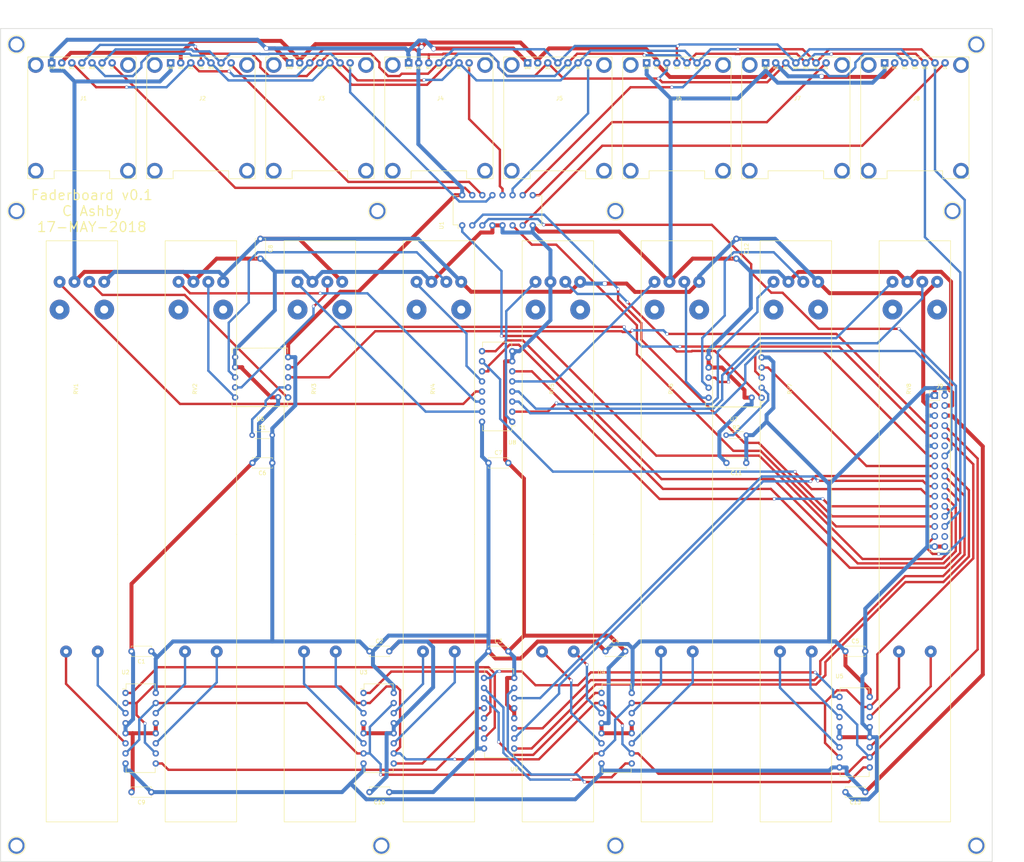
<source format=kicad_pcb>
(kicad_pcb (version 4) (host pcbnew 4.0.7)
  (layers (0 F.Cu mixed) (31 B.Cu mixed) (34 B.Paste user) (35 F.Paste user) (36 B.SilkS user) (37 F.SilkS user) (38 B.Mask user) (39 F.Mask user) (44 Edge.Cuts user))
  (net 0 "")
  (net 1 VCC)
  (net 2 GND)
  (net 3 VREF)
  (net 4 +12V)
  (net 5 /FSCL)
  (net 6 /FSDA)
  (net 7 /D~RST~)
  (net 8 /DDC)
  (net 9 /DCS0)
  (net 10 /DCS1)
  (net 11 /DCS2)
  (net 12 /DCS3)
  (net 13 /DCS4)
  (net 14 /DCS5)
  (net 15 /DCS6)
  (net 16 /DCS7)
  (net 17 /FSDAa)
  (net 18 /MCTLA)
  (net 19 /FSCLa)
  (net 20 /MCTLB)
  (net 21 /F~IRQ~)
  (net 22 /FSDAb)
  (net 23 /FADER)
  (net 24 /FSCLb)
  (net 25 /MA0)
  (net 26 /MA1)
  (net 27 /MA2)
  (net 28 /MA3)
  (net 29 /FA0)
  (net 30 /FA1)
  (net 31 /FA2)
  (net 32 /FA3)
  (net 33 /DA0)
  (net 34 /DA1)
  (net 35 /DA2)
  (net 36 /DA3)
  (net 37 /BSEL)
  (net 38 "Net-(R1-Pad1)")
  (net 39 "Net-(R2-Pad1)")
  (net 40 /FCAP0)
  (net 41 /FAD0)
  (net 42 "Net-(RV1-PadA)")
  (net 43 "Net-(RV1-PadB)")
  (net 44 /FCAP1)
  (net 45 /FAD1)
  (net 46 "Net-(RV2-PadA)")
  (net 47 "Net-(RV2-PadB)")
  (net 48 /FCAP2)
  (net 49 /FAD2)
  (net 50 "Net-(RV3-PadA)")
  (net 51 "Net-(RV3-PadB)")
  (net 52 /FCAP3)
  (net 53 /FAD3)
  (net 54 "Net-(RV4-PadA)")
  (net 55 "Net-(RV4-PadB)")
  (net 56 /FCAP4)
  (net 57 /FAD4)
  (net 58 "Net-(RV5-PadA)")
  (net 59 "Net-(RV5-PadB)")
  (net 60 /FCAP5)
  (net 61 /FAD5)
  (net 62 "Net-(RV6-PadA)")
  (net 63 "Net-(RV6-PadB)")
  (net 64 /FCAP6)
  (net 65 /FAD6)
  (net 66 "Net-(RV7-PadA)")
  (net 67 "Net-(RV7-PadB)")
  (net 68 /FCAP7)
  (net 69 /FAD7)
  (net 70 "Net-(RV8-PadA)")
  (net 71 "Net-(RV8-PadB)")
  (net 72 /MEN0)
  (net 73 /MEN1)
  (net 74 /MEN2)
  (net 75 /MEN3)
  (net 76 /MEN4)
  (net 77 /MEN5)
  (net 78 /MEN6)
  (net 79 /MEN7)
  (module Connectors:1pin (layer F.Cu) (at 88.5 235)
    (fp_text reference REF1 hide)
    (fp_text value 1pin hide)
    (pad 1 thru_hole circle (at 0 0) (size 4.064 4.064) (drill 3.048) (layers *.Cu *.Mask))
  )
  (module Connectors:1pin (layer F.Cu) (at 330.5 235)
    (fp_text reference REF2 hide)
    (fp_text value 1pin hide)
    (pad 1 thru_hole circle (at 0 0) (size 4.064 4.064) (drill 3.048) (layers *.Cu *.Mask))
  )
  (module Connectors:1pin (layer F.Cu) (at 330.5 33)
    (fp_text reference REF3 hide)
    (fp_text value 1pin hide)
    (pad 1 thru_hole circle (at 0 0) (size 4.064 4.064) (drill 3.048) (layers *.Cu *.Mask))
  )
  (module Connectors:1pin (layer F.Cu) (at 88.5 33)
    (fp_text reference REF4 hide)
    (fp_text value 1pin hide)
    (pad 1 thru_hole circle (at 0 0) (size 4.064 4.064) (drill 3.048) (layers *.Cu *.Mask))
  )
  (module Resistors_THT:R_Axial_DIN0204_L3.6mm_D1.6mm_P5.08mm_Horizontal (layer F.Cu) (at 147.92 131.5)
    (fp_text reference R1 (at 2.54 -1.86) (layer F.SilkS))
    (fp_text value 2k2)
    (pad 1 thru_hole circle (at 0 0) (size 1.4 1.4) (drill 0.7) (layers *.Cu *.Mask) (net 38 "Net-(R1-Pad1)"))
    (pad 2 thru_hole oval (at 5.08 0) (size 1.4 1.4) (drill 0.7) (layers *.Cu *.Mask) (net 1 VCC))
  )
  (module Resistors_THT:R_Axial_DIN0204_L3.6mm_D1.6mm_P5.08mm_Horizontal (layer F.Cu) (at 267.42 131.5)
    (fp_text reference R2 (at 2.54 -1.86) (layer F.SilkS))
    (fp_text value 2k2)
    (pad 1 thru_hole circle (at 0 0) (size 1.4 1.4) (drill 0.7) (layers *.Cu *.Mask) (net 39 "Net-(R2-Pad1)"))
    (pad 2 thru_hole oval (at 5.08 0) (size 1.4 1.4) (drill 0.7) (layers *.Cu *.Mask) (net 1 VCC))
  )
  (module ca_dip:DIP-10_W13.38mm+GND (layer F.Cu) (at 157 122 180)
    (fp_text reference U6 (at 7.02 -5.38 180) (layer F.SilkS))
    (fp_text value CAP1296)
    (pad 11 thru_hole oval (at 2.53 0.03 180) (size 1.6 1.6) (drill 0.8) (layers *.Cu *.Mask) (net 2 GND))
    (pad 1 thru_hole oval (at 0 0 180) (size 1.6 1.6) (drill 0.8) (layers *.Cu *.Mask) (net 40 /FCAP0))
    (pad 2 thru_hole oval (at 0 2.54 180) (size 1.6 1.6) (drill 0.8) (layers *.Cu *.Mask) (net 38 "Net-(R1-Pad1)"))
    (pad 3 thru_hole oval (at 0 5.08 180) (size 1.6 1.6) (drill 0.8) (layers *.Cu *.Mask) (net 17 /FSDAa))
    (pad 4 thru_hole oval (at 0 7.62 180) (size 1.6 1.6) (drill 0.8) (layers *.Cu *.Mask) (net 19 /FSCLa))
    (pad 5 thru_hole oval (at 0 10.16 180) (size 1.6 1.6) (drill 0.8) (layers *.Cu *.Mask) (net 1 VCC))
    (pad 6 thru_hole oval (at 13.38 10.16 180) (size 1.6 1.6) (drill 0.8) (layers *.Cu *.Mask) (net 2 GND))
    (pad 7 thru_hole oval (at 13.38 7.62 180) (size 1.6 1.6) (drill 0.8) (layers *.Cu *.Mask) (net 2 GND))
    (pad 8 thru_hole oval (at 13.38 5.08 180) (size 1.6 1.6) (drill 0.8) (layers *.Cu *.Mask) (net 52 /FCAP3))
    (pad 9 thru_hole oval (at 13.38 2.54 180) (size 1.6 1.6) (drill 0.8) (layers *.Cu *.Mask) (net 48 /FCAP2))
    (pad 10 thru_hole oval (at 13.38 0 180) (size 1.6 1.6) (drill 0.8) (layers *.Cu *.Mask) (net 44 /FCAP1))
  )
  (module ca_dip:DIP-10_W13.38mm+GND (layer F.Cu) (at 276.38 122.08 180)
    (fp_text reference U7 (at 7.02 -5.38 180) (layer F.SilkS))
    (fp_text value CAP1296)
    (pad 11 thru_hole oval (at 2.53 0.03 180) (size 1.6 1.6) (drill 0.8) (layers *.Cu *.Mask) (net 2 GND))
    (pad 1 thru_hole oval (at 0 0 180) (size 1.6 1.6) (drill 0.8) (layers *.Cu *.Mask) (net 56 /FCAP4))
    (pad 2 thru_hole oval (at 0 2.54 180) (size 1.6 1.6) (drill 0.8) (layers *.Cu *.Mask) (net 39 "Net-(R2-Pad1)"))
    (pad 3 thru_hole oval (at 0 5.08 180) (size 1.6 1.6) (drill 0.8) (layers *.Cu *.Mask) (net 22 /FSDAb))
    (pad 4 thru_hole oval (at 0 7.62 180) (size 1.6 1.6) (drill 0.8) (layers *.Cu *.Mask) (net 24 /FSCLb))
    (pad 5 thru_hole oval (at 0 10.16 180) (size 1.6 1.6) (drill 0.8) (layers *.Cu *.Mask) (net 1 VCC))
    (pad 6 thru_hole oval (at 13.38 10.16 180) (size 1.6 1.6) (drill 0.8) (layers *.Cu *.Mask) (net 2 GND))
    (pad 7 thru_hole oval (at 13.38 7.62 180) (size 1.6 1.6) (drill 0.8) (layers *.Cu *.Mask) (net 2 GND))
    (pad 8 thru_hole oval (at 13.38 5.08 180) (size 1.6 1.6) (drill 0.8) (layers *.Cu *.Mask) (net 68 /FCAP7))
    (pad 9 thru_hole oval (at 13.38 2.54 180) (size 1.6 1.6) (drill 0.8) (layers *.Cu *.Mask) (net 64 /FCAP6))
    (pad 10 thru_hole oval (at 13.38 0 180) (size 1.6 1.6) (drill 0.8) (layers *.Cu *.Mask) (net 60 /FCAP5))
  )
  (module Capacitors_THT:C_Disc_D5.0mm_W2.5mm_P5.00mm (layer F.Cu) (at 122.5 186 180)
    (fp_text reference C1 (at 2.5 -2.56 180) (layer F.SilkS))
    (fp_text value 10nF)
    (pad 1 thru_hole circle (at 0 0 180) (size 1.6 1.6) (drill 0.8) (layers *.Cu *.Mask) (net 1 VCC))
    (pad 2 thru_hole circle (at 5 0 180) (size 1.6 1.6) (drill 0.8) (layers *.Cu *.Mask) (net 2 GND))
  )
  (module Capacitors_THT:C_Disc_D5.0mm_W2.5mm_P5.00mm (layer F.Cu) (at 177.5 186)
    (fp_text reference C2 (at 2.5 -2.56) (layer F.SilkS))
    (fp_text value 10nF)
    (pad 1 thru_hole circle (at 0 0) (size 1.6 1.6) (drill 0.8) (layers *.Cu *.Mask) (net 1 VCC))
    (pad 2 thru_hole circle (at 5 0) (size 1.6 1.6) (drill 0.8) (layers *.Cu *.Mask) (net 2 GND))
  )
  (module Capacitors_THT:C_Disc_D5.0mm_W2.5mm_P5.00mm (layer F.Cu) (at 207.5 186)
    (fp_text reference C3 (at 2.5 -2.56) (layer F.SilkS))
    (fp_text value 10nF)
    (pad 1 thru_hole circle (at 0 0) (size 1.6 1.6) (drill 0.8) (layers *.Cu *.Mask) (net 1 VCC))
    (pad 2 thru_hole circle (at 5 0) (size 1.6 1.6) (drill 0.8) (layers *.Cu *.Mask) (net 2 GND))
  )
  (module Capacitors_THT:C_Disc_D5.0mm_W2.5mm_P5.00mm (layer F.Cu) (at 237 186)
    (fp_text reference C4 (at 2.5 -2.56) (layer F.SilkS))
    (fp_text value 10nF)
    (pad 1 thru_hole circle (at 0 0) (size 1.6 1.6) (drill 0.8) (layers *.Cu *.Mask) (net 1 VCC))
    (pad 2 thru_hole circle (at 5 0) (size 1.6 1.6) (drill 0.8) (layers *.Cu *.Mask) (net 2 GND))
  )
  (module Capacitors_THT:C_Disc_D5.0mm_W2.5mm_P5.00mm (layer F.Cu) (at 297.5 186)
    (fp_text reference C5 (at 2.5 -2.56) (layer F.SilkS))
    (fp_text value 10nF)
    (pad 1 thru_hole circle (at 0 0) (size 1.6 1.6) (drill 0.8) (layers *.Cu *.Mask) (net 1 VCC))
    (pad 2 thru_hole circle (at 5 0) (size 1.6 1.6) (drill 0.8) (layers *.Cu *.Mask) (net 2 GND))
  )
  (module Capacitors_THT:C_Disc_D5.0mm_W2.5mm_P5.00mm (layer F.Cu) (at 153 138.5 180)
    (fp_text reference C6 (at 2.5 -2.56 180) (layer F.SilkS))
    (fp_text value 10nF)
    (pad 1 thru_hole circle (at 0 0 180) (size 1.6 1.6) (drill 0.8) (layers *.Cu *.Mask) (net 1 VCC))
    (pad 2 thru_hole circle (at 5 0 180) (size 1.6 1.6) (drill 0.8) (layers *.Cu *.Mask) (net 2 GND))
  )
  (module Capacitors_THT:C_Disc_D5.0mm_W2.5mm_P5.00mm (layer F.Cu) (at 207.5 138.5)
    (fp_text reference C7 (at 2.5 -2.56) (layer F.SilkS))
    (fp_text value 10nF)
    (pad 1 thru_hole circle (at 0 0) (size 1.6 1.6) (drill 0.8) (layers *.Cu *.Mask) (net 1 VCC))
    (pad 2 thru_hole circle (at 5 0) (size 1.6 1.6) (drill 0.8) (layers *.Cu *.Mask) (net 2 GND))
  )
  (module Capacitors_THT:C_Disc_D5.0mm_W2.5mm_P5.00mm (layer F.Cu) (at 150 82 270)
    (fp_text reference C8 (at 2.5 -2.56 270) (layer F.SilkS))
    (fp_text value 10nF)
    (pad 1 thru_hole circle (at 0 0 270) (size 1.6 1.6) (drill 0.8) (layers *.Cu *.Mask) (net 3 VREF))
    (pad 2 thru_hole circle (at 5 0 270) (size 1.6 1.6) (drill 0.8) (layers *.Cu *.Mask) (net 2 GND))
  )
  (module Capacitors_THT:C_Disc_D5.0mm_W2.5mm_P5.00mm (layer F.Cu) (at 122.5 221.5 180)
    (fp_text reference C9 (at 2.5 -2.56 180) (layer F.SilkS))
    (fp_text value 10nF)
    (pad 1 thru_hole circle (at 0 0 180) (size 1.6 1.6) (drill 0.8) (layers *.Cu *.Mask) (net 4 +12V))
    (pad 2 thru_hole circle (at 5 0 180) (size 1.6 1.6) (drill 0.8) (layers *.Cu *.Mask) (net 2 GND))
  )
  (module Capacitors_THT:C_Disc_D5.0mm_W2.5mm_P5.00mm (layer F.Cu) (at 182.5 221.5 180)
    (fp_text reference C10 (at 2.5 -2.56 180) (layer F.SilkS))
    (fp_text value 10nF)
    (pad 1 thru_hole circle (at 0 0 180) (size 1.6 1.6) (drill 0.8) (layers *.Cu *.Mask) (net 1 VCC))
    (pad 2 thru_hole circle (at 5 0 180) (size 1.6 1.6) (drill 0.8) (layers *.Cu *.Mask) (net 2 GND))
  )
  (module Capacitors_THT:C_Disc_D5.0mm_W2.5mm_P5.00mm (layer F.Cu) (at 272.5 138.5 180)
    (fp_text reference C11 (at 2.5 -2.56 180) (layer F.SilkS))
    (fp_text value 10nF)
    (pad 1 thru_hole circle (at 0 0 180) (size 1.6 1.6) (drill 0.8) (layers *.Cu *.Mask) (net 1 VCC))
    (pad 2 thru_hole circle (at 5 0 180) (size 1.6 1.6) (drill 0.8) (layers *.Cu *.Mask) (net 2 GND))
  )
  (module Capacitors_THT:C_Disc_D5.0mm_W2.5mm_P5.00mm (layer F.Cu) (at 270 82 270)
    (fp_text reference C12 (at 2.5 -2.56 270) (layer F.SilkS))
    (fp_text value 10nF)
    (pad 1 thru_hole circle (at 0 0 270) (size 1.6 1.6) (drill 0.8) (layers *.Cu *.Mask) (net 3 VREF))
    (pad 2 thru_hole circle (at 5 0 270) (size 1.6 1.6) (drill 0.8) (layers *.Cu *.Mask) (net 2 GND))
  )
  (module Capacitors_THT:C_Disc_D5.0mm_W2.5mm_P5.00mm (layer F.Cu) (at 302.5 221.5 180)
    (fp_text reference C13 (at 2.5 -2.56 180) (layer F.SilkS))
    (fp_text value 10nF)
    (pad 1 thru_hole circle (at 0 0 180) (size 1.6 1.6) (drill 0.8) (layers *.Cu *.Mask) (net 4 +12V))
    (pad 2 thru_hole circle (at 5 0 180) (size 1.6 1.6) (drill 0.8) (layers *.Cu *.Mask) (net 2 GND))
  )
  (module Housings_DIP:DIP-16_W7.62mm (layer F.Cu) (at 214 210.5 180)
    (fp_text reference U9 (at 0 -5.22 180) (layer F.SilkS))
    (fp_text value 74xx238)
    (pad 1 thru_hole oval (at 0 0 180) (size 1.6 1.6) (drill 0.8) (layers *.Cu *.Mask) (net 25 /MA0))
    (pad 2 thru_hole oval (at 0 2.54 180) (size 1.6 1.6) (drill 0.8) (layers *.Cu *.Mask) (net 26 /MA1))
    (pad 3 thru_hole oval (at 0 5.08 180) (size 1.6 1.6) (drill 0.8) (layers *.Cu *.Mask) (net 27 /MA2))
    (pad 4 thru_hole oval (at 0 7.62 180) (size 1.6 1.6) (drill 0.8) (layers *.Cu *.Mask) (net 2 GND))
    (pad 5 thru_hole oval (at 0 10.16 180) (size 1.6 1.6) (drill 0.8) (layers *.Cu *.Mask) (net 2 GND))
    (pad 6 thru_hole oval (at 0 12.7 180) (size 1.6 1.6) (drill 0.8) (layers *.Cu *.Mask) (net 28 /MA3))
    (pad 7 thru_hole oval (at 0 15.24 180) (size 1.6 1.6) (drill 0.8) (layers *.Cu *.Mask) (net 79 /MEN7))
    (pad 8 thru_hole oval (at 0 17.78 180) (size 1.6 1.6) (drill 0.8) (layers *.Cu *.Mask) (net 2 GND))
    (pad 9 thru_hole oval (at 7.62 17.78 180) (size 1.6 1.6) (drill 0.8) (layers *.Cu *.Mask) (net 78 /MEN6))
    (pad 10 thru_hole oval (at 7.62 15.24 180) (size 1.6 1.6) (drill 0.8) (layers *.Cu *.Mask) (net 77 /MEN5))
    (pad 11 thru_hole oval (at 7.62 12.7 180) (size 1.6 1.6) (drill 0.8) (layers *.Cu *.Mask) (net 76 /MEN4))
    (pad 12 thru_hole oval (at 7.62 10.16 180) (size 1.6 1.6) (drill 0.8) (layers *.Cu *.Mask) (net 75 /MEN3))
    (pad 13 thru_hole oval (at 7.62 7.62 180) (size 1.6 1.6) (drill 0.8) (layers *.Cu *.Mask) (net 74 /MEN2))
    (pad 14 thru_hole oval (at 7.62 5.08 180) (size 1.6 1.6) (drill 0.8) (layers *.Cu *.Mask) (net 73 /MEN1))
    (pad 15 thru_hole oval (at 7.62 2.54 180) (size 1.6 1.6) (drill 0.8) (layers *.Cu *.Mask) (net 72 /MEN0))
    (pad 16 thru_hole oval (at 7.62 0 180) (size 1.6 1.6) (drill 0.8) (layers *.Cu *.Mask) (net 1 VCC))
  )
  (module Housings_DIP:DIP-16_W7.62mm (layer F.Cu) (at 213.5 128.12 180)
    (fp_text reference U8 (at 0 -5.22 180) (layer F.SilkS))
    (fp_text value 4051)
    (pad 1 thru_hole oval (at 0 0 180) (size 1.6 1.6) (drill 0.8) (layers *.Cu *.Mask) (net 57 /FAD4))
    (pad 2 thru_hole oval (at 0 2.54 180) (size 1.6 1.6) (drill 0.8) (layers *.Cu *.Mask) (net 65 /FAD6))
    (pad 3 thru_hole oval (at 0 5.08 180) (size 1.6 1.6) (drill 0.8) (layers *.Cu *.Mask) (net 23 /FADER))
    (pad 4 thru_hole oval (at 0 7.62 180) (size 1.6 1.6) (drill 0.8) (layers *.Cu *.Mask) (net 69 /FAD7))
    (pad 5 thru_hole oval (at 0 10.16 180) (size 1.6 1.6) (drill 0.8) (layers *.Cu *.Mask) (net 61 /FAD5))
    (pad 6 thru_hole oval (at 0 12.7 180) (size 1.6 1.6) (drill 0.8) (layers *.Cu *.Mask) (net 32 /FA3))
    (pad 7 thru_hole oval (at 0 15.24 180) (size 1.6 1.6) (drill 0.8) (layers *.Cu *.Mask) (net 2 GND))
    (pad 8 thru_hole oval (at 0 17.78 180) (size 1.6 1.6) (drill 0.8) (layers *.Cu *.Mask) (net 2 GND))
    (pad 9 thru_hole oval (at 7.62 17.78 180) (size 1.6 1.6) (drill 0.8) (layers *.Cu *.Mask) (net 31 /FA2))
    (pad 10 thru_hole oval (at 7.62 15.24 180) (size 1.6 1.6) (drill 0.8) (layers *.Cu *.Mask) (net 30 /FA1))
    (pad 11 thru_hole oval (at 7.62 12.7 180) (size 1.6 1.6) (drill 0.8) (layers *.Cu *.Mask) (net 29 /FA0))
    (pad 12 thru_hole oval (at 7.62 10.16 180) (size 1.6 1.6) (drill 0.8) (layers *.Cu *.Mask) (net 53 /FAD3))
    (pad 13 thru_hole oval (at 7.62 7.62 180) (size 1.6 1.6) (drill 0.8) (layers *.Cu *.Mask) (net 41 /FAD0))
    (pad 14 thru_hole oval (at 7.62 5.08 180) (size 1.6 1.6) (drill 0.8) (layers *.Cu *.Mask) (net 45 /FAD1))
    (pad 15 thru_hole oval (at 7.62 2.54 180) (size 1.6 1.6) (drill 0.8) (layers *.Cu *.Mask) (net 49 /FAD2))
    (pad 16 thru_hole oval (at 7.62 0 180) (size 1.6 1.6) (drill 0.8) (layers *.Cu *.Mask) (net 1 VCC))
  )
  (module Housings_DIP:DIP-16_W7.62mm (layer F.Cu) (at 296 197.5)
    (fp_text reference U5 (at 0 -5.22) (layer F.SilkS))
    (fp_text value L293)
    (pad 1 thru_hole oval (at 0 0) (size 1.6 1.6) (drill 0.8) (layers *.Cu *.Mask) (net 78 /MEN6))
    (pad 2 thru_hole oval (at 0 2.54) (size 1.6 1.6) (drill 0.8) (layers *.Cu *.Mask) (net 18 /MCTLA))
    (pad 3 thru_hole oval (at 0 5.08) (size 1.6 1.6) (drill 0.8) (layers *.Cu *.Mask) (net 66 "Net-(RV7-PadA)"))
    (pad 4 thru_hole oval (at 0 7.62) (size 1.6 1.6) (drill 0.8) (layers *.Cu *.Mask) (net 2 GND))
    (pad 5 thru_hole oval (at 0 10.16) (size 1.6 1.6) (drill 0.8) (layers *.Cu *.Mask) (net 2 GND))
    (pad 6 thru_hole oval (at 0 12.7) (size 1.6 1.6) (drill 0.8) (layers *.Cu *.Mask) (net 67 "Net-(RV7-PadB)"))
    (pad 7 thru_hole oval (at 0 15.24) (size 1.6 1.6) (drill 0.8) (layers *.Cu *.Mask) (net 20 /MCTLB))
    (pad 8 thru_hole oval (at 0 17.78) (size 1.6 1.6) (drill 0.8) (layers *.Cu *.Mask) (net 4 +12V))
    (pad 9 thru_hole oval (at 7.62 17.78) (size 1.6 1.6) (drill 0.8) (layers *.Cu *.Mask) (net 79 /MEN7))
    (pad 10 thru_hole oval (at 7.62 15.24) (size 1.6 1.6) (drill 0.8) (layers *.Cu *.Mask) (net 18 /MCTLA))
    (pad 11 thru_hole oval (at 7.62 12.7) (size 1.6 1.6) (drill 0.8) (layers *.Cu *.Mask) (net 70 "Net-(RV8-PadA)"))
    (pad 12 thru_hole oval (at 7.62 10.16) (size 1.6 1.6) (drill 0.8) (layers *.Cu *.Mask) (net 2 GND))
    (pad 13 thru_hole oval (at 7.62 7.62) (size 1.6 1.6) (drill 0.8) (layers *.Cu *.Mask) (net 2 GND))
    (pad 14 thru_hole oval (at 7.62 5.08) (size 1.6 1.6) (drill 0.8) (layers *.Cu *.Mask) (net 71 "Net-(RV8-PadB)"))
    (pad 15 thru_hole oval (at 7.62 2.54) (size 1.6 1.6) (drill 0.8) (layers *.Cu *.Mask) (net 20 /MCTLB))
    (pad 16 thru_hole oval (at 7.62 0) (size 1.6 1.6) (drill 0.8) (layers *.Cu *.Mask) (net 1 VCC))
  )
  (module Housings_DIP:DIP-16_W7.62mm (layer F.Cu) (at 236 196.5)
    (fp_text reference U4 (at 0 -5.22) (layer F.SilkS))
    (fp_text value L293)
    (pad 1 thru_hole oval (at 0 0) (size 1.6 1.6) (drill 0.8) (layers *.Cu *.Mask) (net 76 /MEN4))
    (pad 2 thru_hole oval (at 0 2.54) (size 1.6 1.6) (drill 0.8) (layers *.Cu *.Mask) (net 18 /MCTLA))
    (pad 3 thru_hole oval (at 0 5.08) (size 1.6 1.6) (drill 0.8) (layers *.Cu *.Mask) (net 58 "Net-(RV5-PadA)"))
    (pad 4 thru_hole oval (at 0 7.62) (size 1.6 1.6) (drill 0.8) (layers *.Cu *.Mask) (net 2 GND))
    (pad 5 thru_hole oval (at 0 10.16) (size 1.6 1.6) (drill 0.8) (layers *.Cu *.Mask) (net 2 GND))
    (pad 6 thru_hole oval (at 0 12.7) (size 1.6 1.6) (drill 0.8) (layers *.Cu *.Mask) (net 59 "Net-(RV5-PadB)"))
    (pad 7 thru_hole oval (at 0 15.24) (size 1.6 1.6) (drill 0.8) (layers *.Cu *.Mask) (net 20 /MCTLB))
    (pad 8 thru_hole oval (at 0 17.78) (size 1.6 1.6) (drill 0.8) (layers *.Cu *.Mask) (net 4 +12V))
    (pad 9 thru_hole oval (at 7.62 17.78) (size 1.6 1.6) (drill 0.8) (layers *.Cu *.Mask) (net 77 /MEN5))
    (pad 10 thru_hole oval (at 7.62 15.24) (size 1.6 1.6) (drill 0.8) (layers *.Cu *.Mask) (net 18 /MCTLA))
    (pad 11 thru_hole oval (at 7.62 12.7) (size 1.6 1.6) (drill 0.8) (layers *.Cu *.Mask) (net 62 "Net-(RV6-PadA)"))
    (pad 12 thru_hole oval (at 7.62 10.16) (size 1.6 1.6) (drill 0.8) (layers *.Cu *.Mask) (net 2 GND))
    (pad 13 thru_hole oval (at 7.62 7.62) (size 1.6 1.6) (drill 0.8) (layers *.Cu *.Mask) (net 2 GND))
    (pad 14 thru_hole oval (at 7.62 5.08) (size 1.6 1.6) (drill 0.8) (layers *.Cu *.Mask) (net 63 "Net-(RV6-PadB)"))
    (pad 15 thru_hole oval (at 7.62 2.54) (size 1.6 1.6) (drill 0.8) (layers *.Cu *.Mask) (net 20 /MCTLB))
    (pad 16 thru_hole oval (at 7.62 0) (size 1.6 1.6) (drill 0.8) (layers *.Cu *.Mask) (net 1 VCC))
  )
  (module Housings_DIP:DIP-16_W7.62mm (layer F.Cu) (at 176 196.5)
    (fp_text reference U3 (at 0 -5.22) (layer F.SilkS))
    (fp_text value L293)
    (pad 1 thru_hole oval (at 0 0) (size 1.6 1.6) (drill 0.8) (layers *.Cu *.Mask) (net 74 /MEN2))
    (pad 2 thru_hole oval (at 0 2.54) (size 1.6 1.6) (drill 0.8) (layers *.Cu *.Mask) (net 18 /MCTLA))
    (pad 3 thru_hole oval (at 0 5.08) (size 1.6 1.6) (drill 0.8) (layers *.Cu *.Mask) (net 50 "Net-(RV3-PadA)"))
    (pad 4 thru_hole oval (at 0 7.62) (size 1.6 1.6) (drill 0.8) (layers *.Cu *.Mask) (net 2 GND))
    (pad 5 thru_hole oval (at 0 10.16) (size 1.6 1.6) (drill 0.8) (layers *.Cu *.Mask) (net 2 GND))
    (pad 6 thru_hole oval (at 0 12.7) (size 1.6 1.6) (drill 0.8) (layers *.Cu *.Mask) (net 51 "Net-(RV3-PadB)"))
    (pad 7 thru_hole oval (at 0 15.24) (size 1.6 1.6) (drill 0.8) (layers *.Cu *.Mask) (net 20 /MCTLB))
    (pad 8 thru_hole oval (at 0 17.78) (size 1.6 1.6) (drill 0.8) (layers *.Cu *.Mask) (net 4 +12V))
    (pad 9 thru_hole oval (at 7.62 17.78) (size 1.6 1.6) (drill 0.8) (layers *.Cu *.Mask) (net 75 /MEN3))
    (pad 10 thru_hole oval (at 7.62 15.24) (size 1.6 1.6) (drill 0.8) (layers *.Cu *.Mask) (net 18 /MCTLA))
    (pad 11 thru_hole oval (at 7.62 12.7) (size 1.6 1.6) (drill 0.8) (layers *.Cu *.Mask) (net 54 "Net-(RV4-PadA)"))
    (pad 12 thru_hole oval (at 7.62 10.16) (size 1.6 1.6) (drill 0.8) (layers *.Cu *.Mask) (net 2 GND))
    (pad 13 thru_hole oval (at 7.62 7.62) (size 1.6 1.6) (drill 0.8) (layers *.Cu *.Mask) (net 2 GND))
    (pad 14 thru_hole oval (at 7.62 5.08) (size 1.6 1.6) (drill 0.8) (layers *.Cu *.Mask) (net 55 "Net-(RV4-PadB)"))
    (pad 15 thru_hole oval (at 7.62 2.54) (size 1.6 1.6) (drill 0.8) (layers *.Cu *.Mask) (net 20 /MCTLB))
    (pad 16 thru_hole oval (at 7.62 0) (size 1.6 1.6) (drill 0.8) (layers *.Cu *.Mask) (net 1 VCC))
  )
  (module Housings_DIP:DIP-16_W7.62mm (layer F.Cu) (at 116 196.5)
    (fp_text reference U2 (at 0 -5.22) (layer F.SilkS))
    (fp_text value L293)
    (pad 1 thru_hole oval (at 0 0) (size 1.6 1.6) (drill 0.8) (layers *.Cu *.Mask) (net 72 /MEN0))
    (pad 2 thru_hole oval (at 0 2.54) (size 1.6 1.6) (drill 0.8) (layers *.Cu *.Mask) (net 18 /MCTLA))
    (pad 3 thru_hole oval (at 0 5.08) (size 1.6 1.6) (drill 0.8) (layers *.Cu *.Mask) (net 42 "Net-(RV1-PadA)"))
    (pad 4 thru_hole oval (at 0 7.62) (size 1.6 1.6) (drill 0.8) (layers *.Cu *.Mask) (net 2 GND))
    (pad 5 thru_hole oval (at 0 10.16) (size 1.6 1.6) (drill 0.8) (layers *.Cu *.Mask) (net 2 GND))
    (pad 6 thru_hole oval (at 0 12.7) (size 1.6 1.6) (drill 0.8) (layers *.Cu *.Mask) (net 43 "Net-(RV1-PadB)"))
    (pad 7 thru_hole oval (at 0 15.24) (size 1.6 1.6) (drill 0.8) (layers *.Cu *.Mask) (net 20 /MCTLB))
    (pad 8 thru_hole oval (at 0 17.78) (size 1.6 1.6) (drill 0.8) (layers *.Cu *.Mask) (net 4 +12V))
    (pad 9 thru_hole oval (at 7.62 17.78) (size 1.6 1.6) (drill 0.8) (layers *.Cu *.Mask) (net 73 /MEN1))
    (pad 10 thru_hole oval (at 7.62 15.24) (size 1.6 1.6) (drill 0.8) (layers *.Cu *.Mask) (net 18 /MCTLA))
    (pad 11 thru_hole oval (at 7.62 12.7) (size 1.6 1.6) (drill 0.8) (layers *.Cu *.Mask) (net 46 "Net-(RV2-PadA)"))
    (pad 12 thru_hole oval (at 7.62 10.16) (size 1.6 1.6) (drill 0.8) (layers *.Cu *.Mask) (net 2 GND))
    (pad 13 thru_hole oval (at 7.62 7.62) (size 1.6 1.6) (drill 0.8) (layers *.Cu *.Mask) (net 2 GND))
    (pad 14 thru_hole oval (at 7.62 5.08) (size 1.6 1.6) (drill 0.8) (layers *.Cu *.Mask) (net 47 "Net-(RV2-PadB)"))
    (pad 15 thru_hole oval (at 7.62 2.54) (size 1.6 1.6) (drill 0.8) (layers *.Cu *.Mask) (net 20 /MCTLB))
    (pad 16 thru_hole oval (at 7.62 0) (size 1.6 1.6) (drill 0.8) (layers *.Cu *.Mask) (net 1 VCC))
  )
  (module Housings_DIP:DIP-16_W7.62mm (layer F.Cu) (at 200.88 78.62 90)
    (fp_text reference U1 (at 0 -5.22 90) (layer F.SilkS))
    (fp_text value 74xx238)
    (pad 1 thru_hole oval (at 0 0 90) (size 1.6 1.6) (drill 0.8) (layers *.Cu *.Mask) (net 33 /DA0))
    (pad 2 thru_hole oval (at 0 2.54 90) (size 1.6 1.6) (drill 0.8) (layers *.Cu *.Mask) (net 34 /DA1))
    (pad 3 thru_hole oval (at 0 5.08 90) (size 1.6 1.6) (drill 0.8) (layers *.Cu *.Mask) (net 35 /DA2))
    (pad 4 thru_hole oval (at 0 7.62 90) (size 1.6 1.6) (drill 0.8) (layers *.Cu *.Mask) (net 2 GND))
    (pad 5 thru_hole oval (at 0 10.16 90) (size 1.6 1.6) (drill 0.8) (layers *.Cu *.Mask) (net 2 GND))
    (pad 6 thru_hole oval (at 0 12.7 90) (size 1.6 1.6) (drill 0.8) (layers *.Cu *.Mask) (net 36 /DA3))
    (pad 7 thru_hole oval (at 0 15.24 90) (size 1.6 1.6) (drill 0.8) (layers *.Cu *.Mask) (net 16 /DCS7))
    (pad 8 thru_hole oval (at 0 17.78 90) (size 1.6 1.6) (drill 0.8) (layers *.Cu *.Mask) (net 2 GND))
    (pad 9 thru_hole oval (at 7.62 17.78 90) (size 1.6 1.6) (drill 0.8) (layers *.Cu *.Mask) (net 15 /DCS6))
    (pad 10 thru_hole oval (at 7.62 15.24 90) (size 1.6 1.6) (drill 0.8) (layers *.Cu *.Mask) (net 14 /DCS5))
    (pad 11 thru_hole oval (at 7.62 12.7 90) (size 1.6 1.6) (drill 0.8) (layers *.Cu *.Mask) (net 13 /DCS4))
    (pad 12 thru_hole oval (at 7.62 10.16 90) (size 1.6 1.6) (drill 0.8) (layers *.Cu *.Mask) (net 12 /DCS3))
    (pad 13 thru_hole oval (at 7.62 7.62 90) (size 1.6 1.6) (drill 0.8) (layers *.Cu *.Mask) (net 11 /DCS2))
    (pad 14 thru_hole oval (at 7.62 5.08 90) (size 1.6 1.6) (drill 0.8) (layers *.Cu *.Mask) (net 10 /DCS1))
    (pad 15 thru_hole oval (at 7.62 2.54 90) (size 1.6 1.6) (drill 0.8) (layers *.Cu *.Mask) (net 9 /DCS0))
    (pad 16 thru_hole oval (at 7.62 0 90) (size 1.6 1.6) (drill 0.8) (layers *.Cu *.Mask) (net 1 VCC))
  )
  (module ca_alps:AlpsFader_RSA0N11M9A0J (layer F.Cu) (at 315 156.5 270)
    (fp_text reference RV8 (at -36.65 1.5 270) (layer F.SilkS))
    (fp_text value RSA0N11M9A0J)
    (pad T thru_hole circle (at -63.65 -1.875 270) (size 3 3) (drill 1.2) (layers *.Cu *.Mask) (net 68 /FCAP7))
    (pad 3 thru_hole circle (at -63.65 1.875 270) (size 3 3) (drill 1.2) (layers *.Cu *.Mask) (net 2 GND))
    (pad 2 thru_hole circle (at -63.65 5.625 270) (size 3 3) (drill 1.2) (layers *.Cu *.Mask) (net 69 /FAD7))
    (pad 1 thru_hole circle (at -63.65 -5.625 270) (size 3 3) (drill 1.2) (layers *.Cu *.Mask) (net 3 VREF))
    (pad G thru_hole circle (at -56.65 -5.625 270) (size 5 5) (drill 2) (layers *.Cu *.Mask))
    (pad G thru_hole circle (at -56.65 5.625 270) (size 5 5) (drill 2) (layers *.Cu *.Mask))
    (pad A thru_hole circle (at 29.55 -4 270) (size 3 3) (drill 1.2) (layers *.Cu *.Mask) (net 70 "Net-(RV8-PadA)"))
    (pad B thru_hole circle (at 29.55 4 270) (size 3 3) (drill 1.2) (layers *.Cu *.Mask) (net 71 "Net-(RV8-PadB)"))
  )
  (module ca_alps:AlpsFader_RSA0N11M9A0J (layer F.Cu) (at 195 156.5 270)
    (fp_text reference RV4 (at -36.65 1.5 270) (layer F.SilkS))
    (fp_text value RSA0N11M9A0J)
    (pad T thru_hole circle (at -63.65 -1.875 270) (size 3 3) (drill 1.2) (layers *.Cu *.Mask) (net 52 /FCAP3))
    (pad 3 thru_hole circle (at -63.65 1.875 270) (size 3 3) (drill 1.2) (layers *.Cu *.Mask) (net 2 GND))
    (pad 2 thru_hole circle (at -63.65 5.625 270) (size 3 3) (drill 1.2) (layers *.Cu *.Mask) (net 53 /FAD3))
    (pad 1 thru_hole circle (at -63.65 -5.625 270) (size 3 3) (drill 1.2) (layers *.Cu *.Mask) (net 3 VREF))
    (pad G thru_hole circle (at -56.65 -5.625 270) (size 5 5) (drill 2) (layers *.Cu *.Mask))
    (pad G thru_hole circle (at -56.65 5.625 270) (size 5 5) (drill 2) (layers *.Cu *.Mask))
    (pad A thru_hole circle (at 29.55 -4 270) (size 3 3) (drill 1.2) (layers *.Cu *.Mask) (net 54 "Net-(RV4-PadA)"))
    (pad B thru_hole circle (at 29.55 4 270) (size 3 3) (drill 1.2) (layers *.Cu *.Mask) (net 55 "Net-(RV4-PadB)"))
  )
  (module ca_alps:AlpsFader_RSA0N11M9A0J (layer F.Cu) (at 165 156.5 270)
    (fp_text reference RV3 (at -36.65 1.5 270) (layer F.SilkS))
    (fp_text value RSA0N11M9A0J)
    (pad T thru_hole circle (at -63.65 -1.875 270) (size 3 3) (drill 1.2) (layers *.Cu *.Mask) (net 48 /FCAP2))
    (pad 3 thru_hole circle (at -63.65 1.875 270) (size 3 3) (drill 1.2) (layers *.Cu *.Mask) (net 2 GND))
    (pad 2 thru_hole circle (at -63.65 5.625 270) (size 3 3) (drill 1.2) (layers *.Cu *.Mask) (net 49 /FAD2))
    (pad 1 thru_hole circle (at -63.65 -5.625 270) (size 3 3) (drill 1.2) (layers *.Cu *.Mask) (net 3 VREF))
    (pad G thru_hole circle (at -56.65 -5.625 270) (size 5 5) (drill 2) (layers *.Cu *.Mask))
    (pad G thru_hole circle (at -56.65 5.625 270) (size 5 5) (drill 2) (layers *.Cu *.Mask))
    (pad A thru_hole circle (at 29.55 -4 270) (size 3 3) (drill 1.2) (layers *.Cu *.Mask) (net 50 "Net-(RV3-PadA)"))
    (pad B thru_hole circle (at 29.55 4 270) (size 3 3) (drill 1.2) (layers *.Cu *.Mask) (net 51 "Net-(RV3-PadB)"))
  )
  (module ca_alps:AlpsFader_RSA0N11M9A0J (layer F.Cu) (at 135 156.5 270)
    (fp_text reference RV2 (at -36.65 1.5 270) (layer F.SilkS))
    (fp_text value RSA0N11M9A0J)
    (pad T thru_hole circle (at -63.65 -1.875 270) (size 3 3) (drill 1.2) (layers *.Cu *.Mask) (net 44 /FCAP1))
    (pad 3 thru_hole circle (at -63.65 1.875 270) (size 3 3) (drill 1.2) (layers *.Cu *.Mask) (net 2 GND))
    (pad 2 thru_hole circle (at -63.65 5.625 270) (size 3 3) (drill 1.2) (layers *.Cu *.Mask) (net 45 /FAD1))
    (pad 1 thru_hole circle (at -63.65 -5.625 270) (size 3 3) (drill 1.2) (layers *.Cu *.Mask) (net 3 VREF))
    (pad G thru_hole circle (at -56.65 -5.625 270) (size 5 5) (drill 2) (layers *.Cu *.Mask))
    (pad G thru_hole circle (at -56.65 5.625 270) (size 5 5) (drill 2) (layers *.Cu *.Mask))
    (pad A thru_hole circle (at 29.55 -4 270) (size 3 3) (drill 1.2) (layers *.Cu *.Mask) (net 46 "Net-(RV2-PadA)"))
    (pad B thru_hole circle (at 29.55 4 270) (size 3 3) (drill 1.2) (layers *.Cu *.Mask) (net 47 "Net-(RV2-PadB)"))
  )
  (module ca_alps:AlpsFader_RSA0N11M9A0J (layer F.Cu) (at 105 156.5 270)
    (fp_text reference RV1 (at -36.65 1.5 270) (layer F.SilkS))
    (fp_text value RSA0N11M9A0J)
    (pad T thru_hole circle (at -63.65 -1.875 270) (size 3 3) (drill 1.2) (layers *.Cu *.Mask) (net 40 /FCAP0))
    (pad 3 thru_hole circle (at -63.65 1.875 270) (size 3 3) (drill 1.2) (layers *.Cu *.Mask) (net 2 GND))
    (pad 2 thru_hole circle (at -63.65 5.625 270) (size 3 3) (drill 1.2) (layers *.Cu *.Mask) (net 41 /FAD0))
    (pad 1 thru_hole circle (at -63.65 -5.625 270) (size 3 3) (drill 1.2) (layers *.Cu *.Mask) (net 3 VREF))
    (pad G thru_hole circle (at -56.65 -5.625 270) (size 5 5) (drill 2) (layers *.Cu *.Mask))
    (pad G thru_hole circle (at -56.65 5.625 270) (size 5 5) (drill 2) (layers *.Cu *.Mask))
    (pad A thru_hole circle (at 29.55 -4 270) (size 3 3) (drill 1.2) (layers *.Cu *.Mask) (net 42 "Net-(RV1-PadA)"))
    (pad B thru_hole circle (at 29.55 4 270) (size 3 3) (drill 1.2) (layers *.Cu *.Mask) (net 43 "Net-(RV1-PadB)"))
  )
  (module Pin_Headers:Pin_Header_Straight_2x16_Pitch2.54mm (layer F.Cu) (at 320 121.5)
    (fp_text reference J9 (at 1.27 -2.33) (layer F.SilkS))
    (fp_text value Conn_02x16_Odd_Even)
    (pad 1 thru_hole rect (at 0 0) (size 1.7 1.7) (drill 1) (layers *.Cu *.Mask) (net 2 GND))
    (pad 2 thru_hole oval (at 2.54 0) (size 1.7 1.7) (drill 1) (layers *.Cu *.Mask) (net 1 VCC))
    (pad 3 thru_hole oval (at 0 2.54) (size 1.7 1.7) (drill 1) (layers *.Cu *.Mask) (net 3 VREF))
    (pad 4 thru_hole oval (at 2.54 2.54) (size 1.7 1.7) (drill 1) (layers *.Cu *.Mask) (net 2 GND))
    (pad 5 thru_hole oval (at 0 5.08) (size 1.7 1.7) (drill 1) (layers *.Cu *.Mask) (net 2 GND))
    (pad 6 thru_hole oval (at 2.54 5.08) (size 1.7 1.7) (drill 1) (layers *.Cu *.Mask) (net 4 +12V))
    (pad 7 thru_hole oval (at 0 7.62) (size 1.7 1.7) (drill 1) (layers *.Cu *.Mask) (net 17 /FSDAa))
    (pad 8 thru_hole oval (at 2.54 7.62) (size 1.7 1.7) (drill 1) (layers *.Cu *.Mask) (net 18 /MCTLA))
    (pad 9 thru_hole oval (at 0 10.16) (size 1.7 1.7) (drill 1) (layers *.Cu *.Mask) (net 19 /FSCLa))
    (pad 10 thru_hole oval (at 2.54 10.16) (size 1.7 1.7) (drill 1) (layers *.Cu *.Mask) (net 20 /MCTLB))
    (pad 11 thru_hole oval (at 0 12.7) (size 1.7 1.7) (drill 1) (layers *.Cu *.Mask) (net 2 GND))
    (pad 12 thru_hole oval (at 2.54 12.7) (size 1.7 1.7) (drill 1) (layers *.Cu *.Mask) (net 21 /F~IRQ~))
    (pad 13 thru_hole oval (at 0 15.24) (size 1.7 1.7) (drill 1) (layers *.Cu *.Mask) (net 22 /FSDAb))
    (pad 14 thru_hole oval (at 2.54 15.24) (size 1.7 1.7) (drill 1) (layers *.Cu *.Mask) (net 23 /FADER))
    (pad 15 thru_hole oval (at 0 17.78) (size 1.7 1.7) (drill 1) (layers *.Cu *.Mask) (net 24 /FSCLb))
    (pad 16 thru_hole oval (at 2.54 17.78) (size 1.7 1.7) (drill 1) (layers *.Cu *.Mask) (net 25 /MA0))
    (pad 17 thru_hole oval (at 0 20.32) (size 1.7 1.7) (drill 1) (layers *.Cu *.Mask) (net 26 /MA1))
    (pad 18 thru_hole oval (at 2.54 20.32) (size 1.7 1.7) (drill 1) (layers *.Cu *.Mask) (net 27 /MA2))
    (pad 19 thru_hole oval (at 0 22.86) (size 1.7 1.7) (drill 1) (layers *.Cu *.Mask) (net 28 /MA3))
    (pad 20 thru_hole oval (at 2.54 22.86) (size 1.7 1.7) (drill 1) (layers *.Cu *.Mask) (net 29 /FA0))
    (pad 21 thru_hole oval (at 0 25.4) (size 1.7 1.7) (drill 1) (layers *.Cu *.Mask) (net 30 /FA1))
    (pad 22 thru_hole oval (at 2.54 25.4) (size 1.7 1.7) (drill 1) (layers *.Cu *.Mask) (net 31 /FA2))
    (pad 23 thru_hole oval (at 0 27.94) (size 1.7 1.7) (drill 1) (layers *.Cu *.Mask) (net 32 /FA3))
    (pad 24 thru_hole oval (at 2.54 27.94) (size 1.7 1.7) (drill 1) (layers *.Cu *.Mask) (net 33 /DA0))
    (pad 25 thru_hole oval (at 0 30.48) (size 1.7 1.7) (drill 1) (layers *.Cu *.Mask) (net 34 /DA1))
    (pad 26 thru_hole oval (at 2.54 30.48) (size 1.7 1.7) (drill 1) (layers *.Cu *.Mask) (net 35 /DA2))
    (pad 27 thru_hole oval (at 0 33.02) (size 1.7 1.7) (drill 1) (layers *.Cu *.Mask) (net 36 /DA3))
    (pad 28 thru_hole oval (at 2.54 33.02) (size 1.7 1.7) (drill 1) (layers *.Cu *.Mask) (net 7 /D~RST~))
    (pad 29 thru_hole oval (at 0 35.56) (size 1.7 1.7) (drill 1) (layers *.Cu *.Mask) (net 8 /DDC))
    (pad 30 thru_hole oval (at 2.54 35.56) (size 1.7 1.7) (drill 1) (layers *.Cu *.Mask) (net 37 /BSEL))
    (pad 31 thru_hole oval (at 0 38.1) (size 1.7 1.7) (drill 1) (layers *.Cu *.Mask) (net 2 GND))
    (pad 32 thru_hole oval (at 2.54 38.1) (size 1.7 1.7) (drill 1) (layers *.Cu *.Mask) (net 2 GND))
  )
  (module ca_displays:0.95_SPI_SSD1306_Display (layer F.Cu) (at 315 51.5)
    (fp_text reference J8 (at 0.4 -4.9) (layer F.SilkS))
    (fp_text value OLED7)
    (fp_text user CS (at 7.62 -12.57) (layer F.SilkS) (effects (font (size 0.5 0.5) (thickness 0.125))))
    (fp_text user DC (at 5.08 -12.57) (layer F.SilkS) (effects (font (size 0.5 0.5) (thickness 0.125))))
    (fp_text user RES (at 2.54 -12.57) (layer F.SilkS) (effects (font (size 0.5 0.5) (thickness 0.125))))
    (fp_text user SDA (at 0 -12.57) (layer F.SilkS) (effects (font (size 0.5 0.5) (thickness 0.125))))
    (fp_text user SCL (at -2.54 -12.57) (layer F.SilkS) (effects (font (size 0.5 0.5) (thickness 0.125))))
    (fp_text user VCC (at -5.08 -12.57) (layer F.SilkS) (effects (font (size 0.5 0.5) (thickness 0.125))))
    (fp_text user GND (at -7.62 -12.57) (layer F.SilkS) (effects (font (size 0.5 0.5) (thickness 0.125))))
    (pad 0 thru_hole circle (at 11.65 -13.34) (size 4 4) (drill 2.5) (layers *.Cu *.Mask))
    (pad 0 thru_hole circle (at -11.65 -13.34) (size 4 4) (drill 2.5) (layers *.Cu *.Mask))
    (pad 0 thru_hole circle (at -11.65 13.36) (size 4 4) (drill 2.5) (layers *.Cu *.Mask))
    (pad 1 thru_hole rect (at -7.62 -13.84) (size 1.9 1.9) (drill 0.9) (layers *.Cu *.Mask) (net 2 GND))
    (pad 2 thru_hole circle (at -5.08 -13.84) (size 1.9 1.9) (drill 0.9) (layers *.Cu *.Mask) (net 1 VCC))
    (pad 3 thru_hole circle (at -2.54 -13.84) (size 1.9 1.9) (drill 0.9) (layers *.Cu *.Mask) (net 5 /FSCL))
    (pad 4 thru_hole circle (at 0 -13.84) (size 1.9 1.9) (drill 0.9) (layers *.Cu *.Mask) (net 6 /FSDA))
    (pad 5 thru_hole circle (at 2.54 -13.84) (size 1.9 1.9) (drill 0.9) (layers *.Cu *.Mask) (net 7 /D~RST~))
    (pad 6 thru_hole circle (at 5.08 -13.84) (size 1.9 1.9) (drill 0.9) (layers *.Cu *.Mask) (net 8 /DDC))
    (pad 7 thru_hole circle (at 7.62 -13.84) (size 1.9 1.9) (drill 0.9) (layers *.Cu *.Mask) (net 16 /DCS7))
    (pad 0 thru_hole circle (at 11.65 13.36) (size 4 4) (drill 2.5) (layers *.Cu *.Mask))
  )
  (module ca_displays:0.95_SPI_SSD1306_Display (layer F.Cu) (at 255 51.5)
    (fp_text reference J6 (at 0.4 -4.9) (layer F.SilkS))
    (fp_text value OLED5)
    (fp_text user CS (at 7.62 -12.57) (layer F.SilkS) (effects (font (size 0.5 0.5) (thickness 0.125))))
    (fp_text user DC (at 5.08 -12.57) (layer F.SilkS) (effects (font (size 0.5 0.5) (thickness 0.125))))
    (fp_text user RES (at 2.54 -12.57) (layer F.SilkS) (effects (font (size 0.5 0.5) (thickness 0.125))))
    (fp_text user SDA (at 0 -12.57) (layer F.SilkS) (effects (font (size 0.5 0.5) (thickness 0.125))))
    (fp_text user SCL (at -2.54 -12.57) (layer F.SilkS) (effects (font (size 0.5 0.5) (thickness 0.125))))
    (fp_text user VCC (at -5.08 -12.57) (layer F.SilkS) (effects (font (size 0.5 0.5) (thickness 0.125))))
    (fp_text user GND (at -7.62 -12.57) (layer F.SilkS) (effects (font (size 0.5 0.5) (thickness 0.125))))
    (pad 0 thru_hole circle (at 11.65 -13.34) (size 4 4) (drill 2.5) (layers *.Cu *.Mask))
    (pad 0 thru_hole circle (at -11.65 -13.34) (size 4 4) (drill 2.5) (layers *.Cu *.Mask))
    (pad 0 thru_hole circle (at -11.65 13.36) (size 4 4) (drill 2.5) (layers *.Cu *.Mask))
    (pad 1 thru_hole rect (at -7.62 -13.84) (size 1.9 1.9) (drill 0.9) (layers *.Cu *.Mask) (net 2 GND))
    (pad 2 thru_hole circle (at -5.08 -13.84) (size 1.9 1.9) (drill 0.9) (layers *.Cu *.Mask) (net 1 VCC))
    (pad 3 thru_hole circle (at -2.54 -13.84) (size 1.9 1.9) (drill 0.9) (layers *.Cu *.Mask) (net 5 /FSCL))
    (pad 4 thru_hole circle (at 0 -13.84) (size 1.9 1.9) (drill 0.9) (layers *.Cu *.Mask) (net 6 /FSDA))
    (pad 5 thru_hole circle (at 2.54 -13.84) (size 1.9 1.9) (drill 0.9) (layers *.Cu *.Mask) (net 7 /D~RST~))
    (pad 6 thru_hole circle (at 5.08 -13.84) (size 1.9 1.9) (drill 0.9) (layers *.Cu *.Mask) (net 8 /DDC))
    (pad 7 thru_hole circle (at 7.62 -13.84) (size 1.9 1.9) (drill 0.9) (layers *.Cu *.Mask) (net 14 /DCS5))
    (pad 0 thru_hole circle (at 11.65 13.36) (size 4 4) (drill 2.5) (layers *.Cu *.Mask))
  )
  (module ca_displays:0.95_SPI_SSD1306_Display (layer F.Cu) (at 225 51.5)
    (fp_text reference J5 (at 0.4 -4.9) (layer F.SilkS))
    (fp_text value OLED4)
    (fp_text user CS (at 7.62 -12.57) (layer F.SilkS) (effects (font (size 0.5 0.5) (thickness 0.125))))
    (fp_text user DC (at 5.08 -12.57) (layer F.SilkS) (effects (font (size 0.5 0.5) (thickness 0.125))))
    (fp_text user RES (at 2.54 -12.57) (layer F.SilkS) (effects (font (size 0.5 0.5) (thickness 0.125))))
    (fp_text user SDA (at 0 -12.57) (layer F.SilkS) (effects (font (size 0.5 0.5) (thickness 0.125))))
    (fp_text user SCL (at -2.54 -12.57) (layer F.SilkS) (effects (font (size 0.5 0.5) (thickness 0.125))))
    (fp_text user VCC (at -5.08 -12.57) (layer F.SilkS) (effects (font (size 0.5 0.5) (thickness 0.125))))
    (fp_text user GND (at -7.62 -12.57) (layer F.SilkS) (effects (font (size 0.5 0.5) (thickness 0.125))))
    (pad 0 thru_hole circle (at 11.65 -13.34) (size 4 4) (drill 2.5) (layers *.Cu *.Mask))
    (pad 0 thru_hole circle (at -11.65 -13.34) (size 4 4) (drill 2.5) (layers *.Cu *.Mask))
    (pad 0 thru_hole circle (at -11.65 13.36) (size 4 4) (drill 2.5) (layers *.Cu *.Mask))
    (pad 1 thru_hole rect (at -7.62 -13.84) (size 1.9 1.9) (drill 0.9) (layers *.Cu *.Mask) (net 2 GND))
    (pad 2 thru_hole circle (at -5.08 -13.84) (size 1.9 1.9) (drill 0.9) (layers *.Cu *.Mask) (net 1 VCC))
    (pad 3 thru_hole circle (at -2.54 -13.84) (size 1.9 1.9) (drill 0.9) (layers *.Cu *.Mask) (net 5 /FSCL))
    (pad 4 thru_hole circle (at 0 -13.84) (size 1.9 1.9) (drill 0.9) (layers *.Cu *.Mask) (net 6 /FSDA))
    (pad 5 thru_hole circle (at 2.54 -13.84) (size 1.9 1.9) (drill 0.9) (layers *.Cu *.Mask) (net 7 /D~RST~))
    (pad 6 thru_hole circle (at 5.08 -13.84) (size 1.9 1.9) (drill 0.9) (layers *.Cu *.Mask) (net 8 /DDC))
    (pad 7 thru_hole circle (at 7.62 -13.84) (size 1.9 1.9) (drill 0.9) (layers *.Cu *.Mask) (net 13 /DCS4))
    (pad 0 thru_hole circle (at 11.65 13.36) (size 4 4) (drill 2.5) (layers *.Cu *.Mask))
  )
  (module ca_displays:0.95_SPI_SSD1306_Display (layer F.Cu) (at 195 51.5)
    (fp_text reference J4 (at 0.4 -4.9) (layer F.SilkS))
    (fp_text value OLED3)
    (fp_text user CS (at 7.62 -12.57) (layer F.SilkS) (effects (font (size 0.5 0.5) (thickness 0.125))))
    (fp_text user DC (at 5.08 -12.57) (layer F.SilkS) (effects (font (size 0.5 0.5) (thickness 0.125))))
    (fp_text user RES (at 2.54 -12.57) (layer F.SilkS) (effects (font (size 0.5 0.5) (thickness 0.125))))
    (fp_text user SDA (at 0 -12.57) (layer F.SilkS) (effects (font (size 0.5 0.5) (thickness 0.125))))
    (fp_text user SCL (at -2.54 -12.57) (layer F.SilkS) (effects (font (size 0.5 0.5) (thickness 0.125))))
    (fp_text user VCC (at -5.08 -12.57) (layer F.SilkS) (effects (font (size 0.5 0.5) (thickness 0.125))))
    (fp_text user GND (at -7.62 -12.57) (layer F.SilkS) (effects (font (size 0.5 0.5) (thickness 0.125))))
    (pad 0 thru_hole circle (at 11.65 -13.34) (size 4 4) (drill 2.5) (layers *.Cu *.Mask))
    (pad 0 thru_hole circle (at -11.65 -13.34) (size 4 4) (drill 2.5) (layers *.Cu *.Mask))
    (pad 0 thru_hole circle (at -11.65 13.36) (size 4 4) (drill 2.5) (layers *.Cu *.Mask))
    (pad 1 thru_hole rect (at -7.62 -13.84) (size 1.9 1.9) (drill 0.9) (layers *.Cu *.Mask) (net 2 GND))
    (pad 2 thru_hole circle (at -5.08 -13.84) (size 1.9 1.9) (drill 0.9) (layers *.Cu *.Mask) (net 1 VCC))
    (pad 3 thru_hole circle (at -2.54 -13.84) (size 1.9 1.9) (drill 0.9) (layers *.Cu *.Mask) (net 5 /FSCL))
    (pad 4 thru_hole circle (at 0 -13.84) (size 1.9 1.9) (drill 0.9) (layers *.Cu *.Mask) (net 6 /FSDA))
    (pad 5 thru_hole circle (at 2.54 -13.84) (size 1.9 1.9) (drill 0.9) (layers *.Cu *.Mask) (net 7 /D~RST~))
    (pad 6 thru_hole circle (at 5.08 -13.84) (size 1.9 1.9) (drill 0.9) (layers *.Cu *.Mask) (net 8 /DDC))
    (pad 7 thru_hole circle (at 7.62 -13.84) (size 1.9 1.9) (drill 0.9) (layers *.Cu *.Mask) (net 12 /DCS3))
    (pad 0 thru_hole circle (at 11.65 13.36) (size 4 4) (drill 2.5) (layers *.Cu *.Mask))
  )
  (module ca_displays:0.95_SPI_SSD1306_Display (layer F.Cu) (at 165 51.5)
    (fp_text reference J3 (at 0.4 -4.9) (layer F.SilkS))
    (fp_text value OLED2)
    (fp_text user CS (at 7.62 -12.57) (layer F.SilkS) (effects (font (size 0.5 0.5) (thickness 0.125))))
    (fp_text user DC (at 5.08 -12.57) (layer F.SilkS) (effects (font (size 0.5 0.5) (thickness 0.125))))
    (fp_text user RES (at 2.54 -12.57) (layer F.SilkS) (effects (font (size 0.5 0.5) (thickness 0.125))))
    (fp_text user SDA (at 0 -12.57) (layer F.SilkS) (effects (font (size 0.5 0.5) (thickness 0.125))))
    (fp_text user SCL (at -2.54 -12.57) (layer F.SilkS) (effects (font (size 0.5 0.5) (thickness 0.125))))
    (fp_text user VCC (at -5.08 -12.57) (layer F.SilkS) (effects (font (size 0.5 0.5) (thickness 0.125))))
    (fp_text user GND (at -7.62 -12.57) (layer F.SilkS) (effects (font (size 0.5 0.5) (thickness 0.125))))
    (pad 0 thru_hole circle (at 11.65 -13.34) (size 4 4) (drill 2.5) (layers *.Cu *.Mask))
    (pad 0 thru_hole circle (at -11.65 -13.34) (size 4 4) (drill 2.5) (layers *.Cu *.Mask))
    (pad 0 thru_hole circle (at -11.65 13.36) (size 4 4) (drill 2.5) (layers *.Cu *.Mask))
    (pad 1 thru_hole rect (at -7.62 -13.84) (size 1.9 1.9) (drill 0.9) (layers *.Cu *.Mask) (net 2 GND))
    (pad 2 thru_hole circle (at -5.08 -13.84) (size 1.9 1.9) (drill 0.9) (layers *.Cu *.Mask) (net 1 VCC))
    (pad 3 thru_hole circle (at -2.54 -13.84) (size 1.9 1.9) (drill 0.9) (layers *.Cu *.Mask) (net 5 /FSCL))
    (pad 4 thru_hole circle (at 0 -13.84) (size 1.9 1.9) (drill 0.9) (layers *.Cu *.Mask) (net 6 /FSDA))
    (pad 5 thru_hole circle (at 2.54 -13.84) (size 1.9 1.9) (drill 0.9) (layers *.Cu *.Mask) (net 7 /D~RST~))
    (pad 6 thru_hole circle (at 5.08 -13.84) (size 1.9 1.9) (drill 0.9) (layers *.Cu *.Mask) (net 8 /DDC))
    (pad 7 thru_hole circle (at 7.62 -13.84) (size 1.9 1.9) (drill 0.9) (layers *.Cu *.Mask) (net 11 /DCS2))
    (pad 0 thru_hole circle (at 11.65 13.36) (size 4 4) (drill 2.5) (layers *.Cu *.Mask))
  )
  (module ca_displays:0.95_SPI_SSD1306_Display (layer F.Cu) (at 135 51.5)
    (fp_text reference J2 (at 0.4 -4.9) (layer F.SilkS))
    (fp_text value OLED1)
    (fp_text user CS (at 7.62 -12.57) (layer F.SilkS) (effects (font (size 0.5 0.5) (thickness 0.125))))
    (fp_text user DC (at 5.08 -12.57) (layer F.SilkS) (effects (font (size 0.5 0.5) (thickness 0.125))))
    (fp_text user RES (at 2.54 -12.57) (layer F.SilkS) (effects (font (size 0.5 0.5) (thickness 0.125))))
    (fp_text user SDA (at 0 -12.57) (layer F.SilkS) (effects (font (size 0.5 0.5) (thickness 0.125))))
    (fp_text user SCL (at -2.54 -12.57) (layer F.SilkS) (effects (font (size 0.5 0.5) (thickness 0.125))))
    (fp_text user VCC (at -5.08 -12.57) (layer F.SilkS) (effects (font (size 0.5 0.5) (thickness 0.125))))
    (fp_text user GND (at -7.62 -12.57) (layer F.SilkS) (effects (font (size 0.5 0.5) (thickness 0.125))))
    (pad 0 thru_hole circle (at 11.65 -13.34) (size 4 4) (drill 2.5) (layers *.Cu *.Mask))
    (pad 0 thru_hole circle (at -11.65 -13.34) (size 4 4) (drill 2.5) (layers *.Cu *.Mask))
    (pad 0 thru_hole circle (at -11.65 13.36) (size 4 4) (drill 2.5) (layers *.Cu *.Mask))
    (pad 1 thru_hole rect (at -7.62 -13.84) (size 1.9 1.9) (drill 0.9) (layers *.Cu *.Mask) (net 2 GND))
    (pad 2 thru_hole circle (at -5.08 -13.84) (size 1.9 1.9) (drill 0.9) (layers *.Cu *.Mask) (net 1 VCC))
    (pad 3 thru_hole circle (at -2.54 -13.84) (size 1.9 1.9) (drill 0.9) (layers *.Cu *.Mask) (net 5 /FSCL))
    (pad 4 thru_hole circle (at 0 -13.84) (size 1.9 1.9) (drill 0.9) (layers *.Cu *.Mask) (net 6 /FSDA))
    (pad 5 thru_hole circle (at 2.54 -13.84) (size 1.9 1.9) (drill 0.9) (layers *.Cu *.Mask) (net 7 /D~RST~))
    (pad 6 thru_hole circle (at 5.08 -13.84) (size 1.9 1.9) (drill 0.9) (layers *.Cu *.Mask) (net 8 /DDC))
    (pad 7 thru_hole circle (at 7.62 -13.84) (size 1.9 1.9) (drill 0.9) (layers *.Cu *.Mask) (net 10 /DCS1))
    (pad 0 thru_hole circle (at 11.65 13.36) (size 4 4) (drill 2.5) (layers *.Cu *.Mask))
  )
  (module ca_displays:0.95_SPI_SSD1306_Display (layer F.Cu) (at 105 51.5)
    (fp_text reference J1 (at 0.4 -4.9) (layer F.SilkS))
    (fp_text value OLED0)
    (fp_text user CS (at 7.62 -12.57) (layer F.SilkS) (effects (font (size 0.5 0.5) (thickness 0.125))))
    (fp_text user DC (at 5.08 -12.57) (layer F.SilkS) (effects (font (size 0.5 0.5) (thickness 0.125))))
    (fp_text user RES (at 2.54 -12.57) (layer F.SilkS) (effects (font (size 0.5 0.5) (thickness 0.125))))
    (fp_text user SDA (at 0 -12.57) (layer F.SilkS) (effects (font (size 0.5 0.5) (thickness 0.125))))
    (fp_text user SCL (at -2.54 -12.57) (layer F.SilkS) (effects (font (size 0.5 0.5) (thickness 0.125))))
    (fp_text user VCC (at -5.08 -12.57) (layer F.SilkS) (effects (font (size 0.5 0.5) (thickness 0.125))))
    (fp_text user GND (at -7.62 -12.57) (layer F.SilkS) (effects (font (size 0.5 0.5) (thickness 0.125))))
    (pad 0 thru_hole circle (at 11.65 -13.34) (size 4 4) (drill 2.5) (layers *.Cu *.Mask))
    (pad 0 thru_hole circle (at -11.65 -13.34) (size 4 4) (drill 2.5) (layers *.Cu *.Mask))
    (pad 0 thru_hole circle (at -11.65 13.36) (size 4 4) (drill 2.5) (layers *.Cu *.Mask))
    (pad 1 thru_hole rect (at -7.62 -13.84) (size 1.9 1.9) (drill 0.9) (layers *.Cu *.Mask) (net 2 GND))
    (pad 2 thru_hole circle (at -5.08 -13.84) (size 1.9 1.9) (drill 0.9) (layers *.Cu *.Mask) (net 1 VCC))
    (pad 3 thru_hole circle (at -2.54 -13.84) (size 1.9 1.9) (drill 0.9) (layers *.Cu *.Mask) (net 5 /FSCL))
    (pad 4 thru_hole circle (at 0 -13.84) (size 1.9 1.9) (drill 0.9) (layers *.Cu *.Mask) (net 6 /FSDA))
    (pad 5 thru_hole circle (at 2.54 -13.84) (size 1.9 1.9) (drill 0.9) (layers *.Cu *.Mask) (net 7 /D~RST~))
    (pad 6 thru_hole circle (at 5.08 -13.84) (size 1.9 1.9) (drill 0.9) (layers *.Cu *.Mask) (net 8 /DDC))
    (pad 7 thru_hole circle (at 7.62 -13.84) (size 1.9 1.9) (drill 0.9) (layers *.Cu *.Mask) (net 9 /DCS0))
    (pad 0 thru_hole circle (at 11.65 13.36) (size 4 4) (drill 2.5) (layers *.Cu *.Mask))
  )
  (module ca_alps:AlpsFader_RSA0N11M9A0J (layer F.Cu) (at 255 156.5 270)
    (fp_text reference RV6 (at -36.65 1.5 270) (layer F.SilkS))
    (fp_text value RSA0N11M9A0J)
    (pad T thru_hole circle (at -63.65 -1.875 270) (size 3 3) (drill 1.2) (layers *.Cu *.Mask) (net 60 /FCAP5))
    (pad 3 thru_hole circle (at -63.65 1.875 270) (size 3 3) (drill 1.2) (layers *.Cu *.Mask) (net 2 GND))
    (pad 2 thru_hole circle (at -63.65 5.625 270) (size 3 3) (drill 1.2) (layers *.Cu *.Mask) (net 61 /FAD5))
    (pad 1 thru_hole circle (at -63.65 -5.625 270) (size 3 3) (drill 1.2) (layers *.Cu *.Mask) (net 3 VREF))
    (pad G thru_hole circle (at -56.65 -5.625 270) (size 5 5) (drill 2) (layers *.Cu *.Mask))
    (pad G thru_hole circle (at -56.65 5.625 270) (size 5 5) (drill 2) (layers *.Cu *.Mask))
    (pad A thru_hole circle (at 29.55 -4 270) (size 3 3) (drill 1.2) (layers *.Cu *.Mask) (net 62 "Net-(RV6-PadA)"))
    (pad B thru_hole circle (at 29.55 4 270) (size 3 3) (drill 1.2) (layers *.Cu *.Mask) (net 63 "Net-(RV6-PadB)"))
  )
  (module ca_alps:AlpsFader_RSA0N11M9A0J (layer F.Cu) (at 225 156.5 270)
    (fp_text reference RV5 (at -36.65 1.5 270) (layer F.SilkS))
    (fp_text value RSA0N11M9A0J)
    (pad T thru_hole circle (at -63.65 -1.875 270) (size 3 3) (drill 1.2) (layers *.Cu *.Mask) (net 56 /FCAP4))
    (pad 3 thru_hole circle (at -63.65 1.875 270) (size 3 3) (drill 1.2) (layers *.Cu *.Mask) (net 2 GND))
    (pad 2 thru_hole circle (at -63.65 5.625 270) (size 3 3) (drill 1.2) (layers *.Cu *.Mask) (net 57 /FAD4))
    (pad 1 thru_hole circle (at -63.65 -5.625 270) (size 3 3) (drill 1.2) (layers *.Cu *.Mask) (net 3 VREF))
    (pad G thru_hole circle (at -56.65 -5.625 270) (size 5 5) (drill 2) (layers *.Cu *.Mask))
    (pad G thru_hole circle (at -56.65 5.625 270) (size 5 5) (drill 2) (layers *.Cu *.Mask))
    (pad A thru_hole circle (at 29.55 -4 270) (size 3 3) (drill 1.2) (layers *.Cu *.Mask) (net 58 "Net-(RV5-PadA)"))
    (pad B thru_hole circle (at 29.55 4 270) (size 3 3) (drill 1.2) (layers *.Cu *.Mask) (net 59 "Net-(RV5-PadB)"))
  )
  (module ca_alps:AlpsFader_RSA0N11M9A0J (layer F.Cu) (at 285 156.5 270)
    (fp_text reference RV7 (at -36.65 1.5 270) (layer F.SilkS))
    (fp_text value RSA0N11M9A0J)
    (pad T thru_hole circle (at -63.65 -1.875 270) (size 3 3) (drill 1.2) (layers *.Cu *.Mask) (net 64 /FCAP6))
    (pad 3 thru_hole circle (at -63.65 1.875 270) (size 3 3) (drill 1.2) (layers *.Cu *.Mask) (net 2 GND))
    (pad 2 thru_hole circle (at -63.65 5.625 270) (size 3 3) (drill 1.2) (layers *.Cu *.Mask) (net 65 /FAD6))
    (pad 1 thru_hole circle (at -63.65 -5.625 270) (size 3 3) (drill 1.2) (layers *.Cu *.Mask) (net 3 VREF))
    (pad G thru_hole circle (at -56.65 -5.625 270) (size 5 5) (drill 2) (layers *.Cu *.Mask))
    (pad G thru_hole circle (at -56.65 5.625 270) (size 5 5) (drill 2) (layers *.Cu *.Mask))
    (pad A thru_hole circle (at 29.55 -4 270) (size 3 3) (drill 1.2) (layers *.Cu *.Mask) (net 66 "Net-(RV7-PadA)"))
    (pad B thru_hole circle (at 29.55 4 270) (size 3 3) (drill 1.2) (layers *.Cu *.Mask) (net 67 "Net-(RV7-PadB)"))
  )
  (module ca_displays:0.95_SPI_SSD1306_Display (layer F.Cu) (at 285 51.5)
    (fp_text reference J7 (at 0.4 -4.9) (layer F.SilkS))
    (fp_text value OLED6)
    (fp_text user CS (at 7.62 -12.57) (layer F.SilkS) (effects (font (size 0.5 0.5) (thickness 0.125))))
    (fp_text user DC (at 5.08 -12.57) (layer F.SilkS) (effects (font (size 0.5 0.5) (thickness 0.125))))
    (fp_text user RES (at 2.54 -12.57) (layer F.SilkS) (effects (font (size 0.5 0.5) (thickness 0.125))))
    (fp_text user SDA (at 0 -12.57) (layer F.SilkS) (effects (font (size 0.5 0.5) (thickness 0.125))))
    (fp_text user SCL (at -2.54 -12.57) (layer F.SilkS) (effects (font (size 0.5 0.5) (thickness 0.125))))
    (fp_text user VCC (at -5.08 -12.57) (layer F.SilkS) (effects (font (size 0.5 0.5) (thickness 0.125))))
    (fp_text user GND (at -7.62 -12.57) (layer F.SilkS) (effects (font (size 0.5 0.5) (thickness 0.125))))
    (pad 0 thru_hole circle (at 11.65 -13.34) (size 4 4) (drill 2.5) (layers *.Cu *.Mask))
    (pad 0 thru_hole circle (at -11.65 -13.34) (size 4 4) (drill 2.5) (layers *.Cu *.Mask))
    (pad 0 thru_hole circle (at -11.65 13.36) (size 4 4) (drill 2.5) (layers *.Cu *.Mask))
    (pad 1 thru_hole rect (at -7.62 -13.84) (size 1.9 1.9) (drill 0.9) (layers *.Cu *.Mask) (net 2 GND))
    (pad 2 thru_hole circle (at -5.08 -13.84) (size 1.9 1.9) (drill 0.9) (layers *.Cu *.Mask) (net 1 VCC))
    (pad 3 thru_hole circle (at -2.54 -13.84) (size 1.9 1.9) (drill 0.9) (layers *.Cu *.Mask) (net 5 /FSCL))
    (pad 4 thru_hole circle (at 0 -13.84) (size 1.9 1.9) (drill 0.9) (layers *.Cu *.Mask) (net 6 /FSDA))
    (pad 5 thru_hole circle (at 2.54 -13.84) (size 1.9 1.9) (drill 0.9) (layers *.Cu *.Mask) (net 7 /D~RST~))
    (pad 6 thru_hole circle (at 5.08 -13.84) (size 1.9 1.9) (drill 0.9) (layers *.Cu *.Mask) (net 8 /DDC))
    (pad 7 thru_hole circle (at 7.62 -13.84) (size 1.9 1.9) (drill 0.9) (layers *.Cu *.Mask) (net 15 /DCS6))
    (pad 0 thru_hole circle (at 11.65 13.36) (size 4 4) (drill 2.5) (layers *.Cu *.Mask))
  )
  (module Connectors:1pin (layer F.Cu) (at 88.5 75)
    (fp_text reference REF5 hide)
    (fp_text value 1pin hide)
    (pad 1 thru_hole circle (at 0 0) (size 4.064 4.064) (drill 3.048) (layers *.Cu *.Mask))
  )
  (module Connectors:1pin (layer F.Cu) (at 324.5 75)
    (fp_text reference REF6 hide)
    (fp_text value 1pin hide)
    (pad 1 thru_hole circle (at 0 0) (size 4.064 4.064) (drill 3.048) (layers *.Cu *.Mask))
  )
  (module Connectors:1pin (layer F.Cu) (at 179.5 75)
    (fp_text reference REF7 hide)
    (fp_text value 1pin hide)
    (pad 1 thru_hole circle (at 0 0) (size 4.064 4.064) (drill 3.048) (layers *.Cu *.Mask))
  )
  (module Connectors:1pin (layer F.Cu) (at 239.5 75)
    (fp_text reference REF8 hide)
    (fp_text value 1pin hide)
    (pad 1 thru_hole circle (at 0 0) (size 4.064 4.064) (drill 3.048) (layers *.Cu *.Mask))
  )
  (module Connectors:1pin (layer F.Cu) (at 180.5 235)
    (fp_text reference REF9 hide)
    (fp_text value 1pin hide)
    (pad 1 thru_hole circle (at 0 0) (size 4.064 4.064) (drill 3.048) (layers *.Cu *.Mask))
  )
  (module Connectors:1pin (layer F.Cu) (at 239.5 235)
    (fp_text reference REF10 hide)
    (fp_text value 1pin hide)
    (pad 1 thru_hole circle (at 0 0) (size 4.064 4.064) (drill 3.048) (layers *.Cu *.Mask))
  )
  (gr_line (start 84.5 239) (end 84.5 29) (angle 90) (layer Edge.Cuts) (width 0.15))
  (gr_line (start 334.5 239) (end 84.5 239) (angle 90) (layer Edge.Cuts) (width 0.15))
  (gr_line (start 334.5 29) (end 334.5 239) (angle 90) (layer Edge.Cuts) (width 0.15))
  (gr_line (start 84.5 29) (end 334.5 29) (angle 90) (layer Edge.Cuts) (width 0.15))
  (gr_text "Faderboard v0.1\nC Ashby\n17-MAY-2018" (at 107.5 75) (layer F.SilkS) (effects (font (size 2.5 2.5) (thickness 0.3))))
  (via (at 291.4871 41.0357) (size 1.2) (drill 1) (layers F.Cu B.Cu) (net 1))
  (via (at 190.6412 33.6452) (size 1.2) (drill 1) (layers F.Cu B.Cu) (net 1))
  (segment (start 123.62 196.5) (end 123.62 194.6997) (width 1) (layer B.Cu) (net 1))
  (segment (start 153 138.5) (end 153 131.5) (width 1) (layer B.Cu) (net 1))
  (segment (start 122.5 186) (end 123.9888 187.4887) (width 1) (layer B.Cu) (net 1))
  (segment (start 123.62 187.8575) (end 123.9888 187.4887) (width 1) (layer B.Cu) (net 1))
  (segment (start 123.62 194.6997) (end 123.62 187.8575) (width 1) (layer B.Cu) (net 1))
  (segment (start 272.5 131.5843) (end 272.5 133.2003) (width 1) (layer B.Cu) (net 1))
  (segment (start 272.5 133.2003) (end 272.5 138.5) (width 1) (layer B.Cu) (net 1))
  (segment (start 205.88 136.88) (end 207.5 138.5) (width 1) (layer B.Cu) (net 1))
  (segment (start 205.88 128.12) (end 205.88 136.88) (width 1) (layer B.Cu) (net 1))
  (segment (start 243.62 196.5) (end 243.62 194.6997) (width 1) (layer B.Cu) (net 1))
  (segment (start 158.8003 123.9994) (end 153 129.7997) (width 1) (layer B.Cu) (net 1))
  (segment (start 158.8003 111.84) (end 158.8003 123.9994) (width 1) (layer B.Cu) (net 1))
  (segment (start 157 111.84) (end 158.8003 111.84) (width 1) (layer B.Cu) (net 1))
  (segment (start 153 131.5) (end 153 129.7997) (width 1) (layer B.Cu) (net 1))
  (segment (start 153 183.5141) (end 153 138.5) (width 1) (layer B.Cu) (net 1))
  (segment (start 127.9634 183.5141) (end 153 183.5141) (width 1) (layer B.Cu) (net 1))
  (segment (start 123.9888 187.4887) (end 127.9634 183.5141) (width 1) (layer B.Cu) (net 1))
  (segment (start 200.88 71) (end 199.0797 71) (width 1) (layer F.Cu) (net 1))
  (segment (start 175.0141 183.5141) (end 177.5 186) (width 1) (layer B.Cu) (net 1))
  (segment (start 153 183.5141) (end 175.0141 183.5141) (width 1) (layer B.Cu) (net 1))
  (segment (start 207.5 138.5) (end 207.5 182.0392) (width 1) (layer B.Cu) (net 1))
  (segment (start 242.7113 184.1633) (end 243.84 185.292) (width 1) (layer B.Cu) (net 1))
  (segment (start 238.8367 184.1633) (end 242.7113 184.1633) (width 1) (layer B.Cu) (net 1))
  (segment (start 237 186) (end 238.8367 184.1633) (width 1) (layer B.Cu) (net 1))
  (segment (start 243.84 194.4797) (end 243.62 194.6997) (width 1) (layer B.Cu) (net 1))
  (segment (start 243.84 185.292) (end 243.84 194.4797) (width 1) (layer B.Cu) (net 1))
  (segment (start 157 108.5006) (end 157 111.84) (width 1) (layer F.Cu) (net 1))
  (segment (start 170.1503 95.3503) (end 157 108.5006) (width 1) (layer F.Cu) (net 1))
  (segment (start 174.7294 95.3503) (end 170.1503 95.3503) (width 1) (layer F.Cu) (net 1))
  (segment (start 199.0797 71) (end 174.7294 95.3503) (width 1) (layer F.Cu) (net 1))
  (segment (start 183.62 196.5) (end 183.62 194.6997) (width 1) (layer B.Cu) (net 1))
  (segment (start 177.5 186) (end 178.3788 186) (width 1) (layer B.Cu) (net 1))
  (segment (start 182.3396 182.0392) (end 178.3788 186) (width 1) (layer B.Cu) (net 1))
  (segment (start 207.5 182.0392) (end 182.3396 182.0392) (width 1) (layer B.Cu) (net 1))
  (segment (start 178.3788 189.4585) (end 183.62 194.6997) (width 1) (layer B.Cu) (net 1))
  (segment (start 178.3788 186) (end 178.3788 189.4585) (width 1) (layer B.Cu) (net 1))
  (segment (start 200.88 71) (end 200.88 69.1997) (width 1) (layer B.Cu) (net 1))
  (segment (start 189.8171 58.1368) (end 200.88 69.1997) (width 1) (layer B.Cu) (net 1))
  (segment (start 189.8171 37.7629) (end 189.8171 58.1368) (width 1) (layer B.Cu) (net 1))
  (segment (start 189.92 37.66) (end 189.8171 37.7629) (width 1) (layer B.Cu) (net 1))
  (segment (start 206.38 210.5) (end 204.5797 210.5) (width 1) (layer B.Cu) (net 1))
  (segment (start 207.5 182.0392) (end 207.5 186) (width 1) (layer B.Cu) (net 1))
  (segment (start 204.5797 188.9203) (end 204.5797 210.5) (width 1) (layer B.Cu) (net 1))
  (segment (start 207.5 186) (end 204.5797 188.9203) (width 1) (layer B.Cu) (net 1))
  (segment (start 193.5797 221.5) (end 182.5 221.5) (width 1) (layer B.Cu) (net 1))
  (segment (start 204.5797 210.5) (end 193.5797 221.5) (width 1) (layer B.Cu) (net 1))
  (segment (start 234.5496 183.5496) (end 237 186) (width 1) (layer F.Cu) (net 1))
  (segment (start 219.8896 183.5496) (end 234.5496 183.5496) (width 1) (layer F.Cu) (net 1))
  (segment (start 215.6316 187.8076) (end 219.8896 183.5496) (width 1) (layer F.Cu) (net 1))
  (segment (start 209.3076 187.8076) (end 215.6316 187.8076) (width 1) (layer F.Cu) (net 1))
  (segment (start 207.5 186) (end 209.3076 187.8076) (width 1) (layer F.Cu) (net 1))
  (segment (start 276.38 111.92) (end 278.1803 111.92) (width 1) (layer B.Cu) (net 1))
  (segment (start 272.5 131.5) (end 272.5 131.5843) (width 1) (layer B.Cu) (net 1))
  (segment (start 283.0729 41.0357) (end 291.4871 41.0357) (width 1) (layer B.Cu) (net 1))
  (segment (start 279.92 37.8828) (end 283.0729 41.0357) (width 1) (layer B.Cu) (net 1))
  (segment (start 279.92 37.66) (end 279.92 37.8828) (width 1) (layer B.Cu) (net 1))
  (segment (start 309.92 38.4903) (end 309.92 37.66) (width 1) (layer F.Cu) (net 1))
  (segment (start 307.2215 41.1888) (end 309.92 38.4903) (width 1) (layer F.Cu) (net 1))
  (segment (start 291.6402 41.1888) (end 307.2215 41.1888) (width 1) (layer F.Cu) (net 1))
  (segment (start 291.4871 41.0357) (end 291.6402 41.1888) (width 1) (layer F.Cu) (net 1))
  (segment (start 272.5 131.5) (end 274.2003 131.5) (width 1) (layer B.Cu) (net 1))
  (segment (start 245.6275 183.5045) (end 293.3951 183.5045) (width 1) (layer B.Cu) (net 1))
  (segment (start 243.84 185.292) (end 245.6275 183.5045) (width 1) (layer B.Cu) (net 1))
  (segment (start 295.0045 183.5045) (end 297.5 186) (width 1) (layer B.Cu) (net 1))
  (segment (start 293.3951 183.5045) (end 295.0045 183.5045) (width 1) (layer B.Cu) (net 1))
  (segment (start 274.2003 131.5) (end 277.6195 128.0808) (width 1) (layer B.Cu) (net 1))
  (segment (start 279.3334 113.0731) (end 278.1803 111.92) (width 1) (layer B.Cu) (net 1))
  (segment (start 279.3334 124.6666) (end 279.3334 113.0731) (width 1) (layer B.Cu) (net 1))
  (segment (start 277.6194 126.3806) (end 279.3334 124.6666) (width 1) (layer B.Cu) (net 1))
  (segment (start 277.6194 128.0808) (end 277.6194 126.3806) (width 1) (layer B.Cu) (net 1))
  (segment (start 277.6195 128.0808) (end 277.6194 128.0808) (width 1) (layer B.Cu) (net 1))
  (segment (start 317.6019 119.6497) (end 293.3951 143.8565) (width 1) (layer B.Cu) (net 1))
  (segment (start 322.54 119.6497) (end 317.6019 119.6497) (width 1) (layer B.Cu) (net 1))
  (segment (start 293.3951 183.5045) (end 293.3951 143.8565) (width 1) (layer B.Cu) (net 1))
  (segment (start 293.3951 143.8565) (end 277.6195 128.0808) (width 1) (layer B.Cu) (net 1))
  (segment (start 322.54 121.5) (end 322.54 119.6497) (width 1) (layer B.Cu) (net 1))
  (segment (start 129.7892 35.1229) (end 129.92 35.2537) (width 1) (layer F.Cu) (net 1))
  (segment (start 102.1885 35.1229) (end 129.7892 35.1229) (width 1) (layer F.Cu) (net 1))
  (segment (start 99.92 37.3914) (end 102.1885 35.1229) (width 1) (layer F.Cu) (net 1))
  (segment (start 99.92 37.66) (end 99.92 37.3914) (width 1) (layer F.Cu) (net 1))
  (segment (start 129.92 35.2537) (end 129.92 37.66) (width 1) (layer F.Cu) (net 1))
  (segment (start 297.5 189.5797) (end 303.62 195.6997) (width 1) (layer F.Cu) (net 1))
  (segment (start 297.5 186) (end 297.5 189.5797) (width 1) (layer F.Cu) (net 1))
  (segment (start 303.62 197.5) (end 303.62 195.6997) (width 1) (layer F.Cu) (net 1))
  (segment (start 249.92 37.8783) (end 249.92 37.66) (width 1) (layer F.Cu) (net 1))
  (segment (start 253.2533 41.2116) (end 249.92 37.8783) (width 1) (layer F.Cu) (net 1))
  (segment (start 277.2066 41.2116) (end 253.2533 41.2116) (width 1) (layer F.Cu) (net 1))
  (segment (start 279.92 38.4982) (end 277.2066 41.2116) (width 1) (layer F.Cu) (net 1))
  (segment (start 279.92 37.66) (end 279.92 38.4982) (width 1) (layer F.Cu) (net 1))
  (segment (start 222.7856 33.9958) (end 219.92 36.8614) (width 1) (layer F.Cu) (net 1))
  (segment (start 247.091 33.9958) (end 222.7856 33.9958) (width 1) (layer F.Cu) (net 1))
  (segment (start 249.92 36.8248) (end 247.091 33.9958) (width 1) (layer F.Cu) (net 1))
  (segment (start 249.92 37.66) (end 249.92 36.8248) (width 1) (layer F.Cu) (net 1))
  (segment (start 219.92 36.8614) (end 219.92 37.66) (width 1) (layer F.Cu) (net 1))
  (segment (start 159.92 37.66) (end 159.92 36.8758) (width 1) (layer F.Cu) (net 1))
  (segment (start 133.0687 32.105) (end 129.92 35.2537) (width 1) (layer F.Cu) (net 1))
  (segment (start 155.1492 32.105) (end 133.0687 32.105) (width 1) (layer F.Cu) (net 1))
  (segment (start 159.92 36.8758) (end 155.1492 32.105) (width 1) (layer F.Cu) (net 1))
  (segment (start 189.9185 32.9225) (end 190.6412 33.6452) (width 1) (layer F.Cu) (net 1))
  (segment (start 163.8733 32.9225) (end 189.9185 32.9225) (width 1) (layer F.Cu) (net 1))
  (segment (start 159.92 36.8758) (end 163.8733 32.9225) (width 1) (layer F.Cu) (net 1))
  (segment (start 189.92 34.3664) (end 189.92 37.66) (width 1) (layer B.Cu) (net 1))
  (segment (start 190.6412 33.6452) (end 189.92 34.3664) (width 1) (layer B.Cu) (net 1))
  (segment (start 215.5815 32.5229) (end 219.92 36.8614) (width 1) (layer F.Cu) (net 1))
  (segment (start 191.7635 32.5229) (end 215.5815 32.5229) (width 1) (layer F.Cu) (net 1))
  (segment (start 190.6412 33.6452) (end 191.7635 32.5229) (width 1) (layer F.Cu) (net 1))
  (via (at 151.4473 33.994) (size 1.2) (drill 1) (layers F.Cu B.Cu) (net 2))
  (via (at 193.6681 34.1252) (size 1.2) (drill 1) (layers F.Cu B.Cu) (net 2))
  (segment (start 322.54 159.6) (end 320 159.6) (width 1) (layer F.Cu) (net 2))
  (segment (start 205.5547 80.4203) (end 208.5 80.4203) (width 1) (layer F.Cu) (net 2))
  (segment (start 193.125 92.85) (end 205.5547 80.4203) (width 1) (layer F.Cu) (net 2))
  (segment (start 208.5 78.62) (end 208.5 80.4203) (width 1) (layer F.Cu) (net 2))
  (segment (start 211.04 78.62) (end 208.5 78.62) (width 1) (layer F.Cu) (net 2))
  (segment (start 303.62 207.66) (end 296 207.66) (width 1) (layer F.Cu) (net 2))
  (segment (start 296 207.66) (end 296 205.12) (width 1) (layer B.Cu) (net 2))
  (segment (start 214 192.72) (end 214 190.9197) (width 1) (layer B.Cu) (net 2))
  (segment (start 116 206.66) (end 117.8003 206.66) (width 1) (layer F.Cu) (net 2))
  (segment (start 154.47 121.97) (end 154.47 123.7703) (width 1) (layer B.Cu) (net 2))
  (segment (start 116 204.12) (end 116.9002 204.12) (width 1) (layer B.Cu) (net 2))
  (segment (start 116 206.66) (end 116 204.8597) (width 1) (layer B.Cu) (net 2))
  (segment (start 149.6383 128.602) (end 154.47 123.7703) (width 1) (layer B.Cu) (net 2))
  (segment (start 149.6383 136.8617) (end 149.6383 128.602) (width 1) (layer B.Cu) (net 2))
  (segment (start 148 138.5) (end 149.6383 136.8617) (width 1) (layer B.Cu) (net 2))
  (segment (start 143.62 111.84) (end 143.62 113.6403) (width 1) (layer B.Cu) (net 2))
  (segment (start 143.62 114.38) (end 143.62 113.6403) (width 1) (layer B.Cu) (net 2))
  (segment (start 117.8003 221.1997) (end 117.5 221.5) (width 1) (layer F.Cu) (net 2))
  (segment (start 117.8003 206.66) (end 117.8003 221.1997) (width 1) (layer F.Cu) (net 2))
  (segment (start 123.62 204.12) (end 123.62 205.9203) (width 1) (layer F.Cu) (net 2))
  (segment (start 176 204.12) (end 176 205.9203) (width 1) (layer F.Cu) (net 2))
  (segment (start 176 206.66) (end 176 205.9203) (width 1) (layer F.Cu) (net 2))
  (segment (start 183.62 206.66) (end 176 206.66) (width 1) (layer F.Cu) (net 2))
  (segment (start 183.62 206.66) (end 181.8197 206.66) (width 1) (layer B.Cu) (net 2))
  (segment (start 123.62 206.66) (end 117.8003 206.66) (width 1) (layer F.Cu) (net 2))
  (segment (start 123.62 206.66) (end 123.62 205.9203) (width 1) (layer F.Cu) (net 2))
  (segment (start 263 114.46) (end 263.9002 114.46) (width 1) (layer F.Cu) (net 2))
  (segment (start 263.9002 114.46) (end 264.8003 114.46) (width 1) (layer F.Cu) (net 2))
  (segment (start 263.1605 113.7203) (end 263 113.7203) (width 1) (layer F.Cu) (net 2))
  (segment (start 263.9002 114.46) (end 263.1605 113.7203) (width 1) (layer F.Cu) (net 2))
  (segment (start 263 111.92) (end 263 113.7203) (width 1) (layer F.Cu) (net 2))
  (segment (start 181.8197 217.6046) (end 181.8197 206.66) (width 1) (layer B.Cu) (net 2))
  (segment (start 177.9243 221.5) (end 181.8197 217.6046) (width 1) (layer B.Cu) (net 2))
  (segment (start 177.5 221.5) (end 177.9243 221.5) (width 1) (layer B.Cu) (net 2))
  (segment (start 273.85 122.05) (end 272.0497 122.05) (width 1) (layer F.Cu) (net 2))
  (segment (start 214 200.34) (end 213.0999 200.34) (width 1) (layer F.Cu) (net 2))
  (segment (start 213.8396 201.0797) (end 214 201.0797) (width 1) (layer F.Cu) (net 2))
  (segment (start 213.0999 200.34) (end 213.8396 201.0797) (width 1) (layer F.Cu) (net 2))
  (segment (start 214 202.88) (end 214 201.0797) (width 1) (layer F.Cu) (net 2))
  (segment (start 236 204.12) (end 236 205.9203) (width 1) (layer F.Cu) (net 2))
  (segment (start 236 206.66) (end 236 205.9203) (width 1) (layer F.Cu) (net 2))
  (segment (start 138.975 87) (end 133.125 92.85) (width 1) (layer F.Cu) (net 2))
  (segment (start 150 87) (end 138.975 87) (width 1) (layer F.Cu) (net 2))
  (segment (start 130.6146 90.3396) (end 133.125 92.85) (width 1) (layer F.Cu) (net 2))
  (segment (start 105.6354 90.3396) (end 130.6146 90.3396) (width 1) (layer F.Cu) (net 2))
  (segment (start 103.125 92.85) (end 105.6354 90.3396) (width 1) (layer F.Cu) (net 2))
  (segment (start 212.1997 199.4398) (end 213.0999 200.34) (width 1) (layer F.Cu) (net 2))
  (segment (start 212.1997 192.72) (end 212.1997 199.4398) (width 1) (layer F.Cu) (net 2))
  (segment (start 214 192.72) (end 212.1997 192.72) (width 1) (layer F.Cu) (net 2))
  (segment (start 299.3162 223.3162) (end 297.5 221.5) (width 1) (layer B.Cu) (net 2))
  (segment (start 303.2621 223.3162) (end 299.3162 223.3162) (width 1) (layer B.Cu) (net 2))
  (segment (start 305.4203 221.158) (end 303.2621 223.3162) (width 1) (layer B.Cu) (net 2))
  (segment (start 305.4203 207.66) (end 305.4203 221.158) (width 1) (layer B.Cu) (net 2))
  (segment (start 303.62 207.66) (end 305.4203 207.66) (width 1) (layer B.Cu) (net 2))
  (segment (start 237.8003 190.1997) (end 237.8003 204.12) (width 1) (layer B.Cu) (net 2))
  (segment (start 242 186) (end 237.8003 190.1997) (width 1) (layer B.Cu) (net 2))
  (segment (start 236 204.12) (end 237.8003 204.12) (width 1) (layer B.Cu) (net 2))
  (segment (start 303.62 205.12) (end 302.7199 205.12) (width 1) (layer B.Cu) (net 2))
  (segment (start 303.4596 205.8597) (end 303.62 205.8597) (width 1) (layer B.Cu) (net 2))
  (segment (start 302.7199 205.12) (end 303.4596 205.8597) (width 1) (layer B.Cu) (net 2))
  (segment (start 303.62 207.66) (end 303.62 205.8597) (width 1) (layer B.Cu) (net 2))
  (segment (start 243.62 204.12) (end 243.62 205.9203) (width 1) (layer F.Cu) (net 2))
  (segment (start 243.62 206.66) (end 236 206.66) (width 1) (layer F.Cu) (net 2))
  (segment (start 243.62 206.66) (end 243.62 205.9203) (width 1) (layer F.Cu) (net 2))
  (segment (start 214 187.5) (end 212.5 186) (width 1) (layer B.Cu) (net 2))
  (segment (start 214 190.9197) (end 214 187.5) (width 1) (layer B.Cu) (net 2))
  (segment (start 145.4203 114.7206) (end 145.4203 114.38) (width 1) (layer F.Cu) (net 2))
  (segment (start 152.6697 121.97) (end 145.4203 114.7206) (width 1) (layer F.Cu) (net 2))
  (segment (start 154.47 121.97) (end 152.6697 121.97) (width 1) (layer F.Cu) (net 2))
  (segment (start 143.62 114.38) (end 145.4203 114.38) (width 1) (layer F.Cu) (net 2))
  (segment (start 116.1605 204.8597) (end 116.9002 204.12) (width 1) (layer B.Cu) (net 2))
  (segment (start 116 204.8597) (end 116.1605 204.8597) (width 1) (layer B.Cu) (net 2))
  (segment (start 117.8999 186.3999) (end 117.5 186) (width 1) (layer B.Cu) (net 2))
  (segment (start 117.8999 203.1203) (end 117.8999 186.3999) (width 1) (layer B.Cu) (net 2))
  (segment (start 116.9002 204.12) (end 117.8999 203.1203) (width 1) (layer B.Cu) (net 2))
  (segment (start 223.125 102.5153) (end 215.3003 110.34) (width 1) (layer B.Cu) (net 2))
  (segment (start 223.125 92.85) (end 223.125 102.5153) (width 1) (layer B.Cu) (net 2))
  (segment (start 213.5 112.88) (end 211.6997 112.88) (width 1) (layer F.Cu) (net 2))
  (segment (start 320 159.6) (end 318.1497 159.6) (width 1) (layer B.Cu) (net 2))
  (segment (start 153.714 33.994) (end 151.4473 33.994) (width 1) (layer F.Cu) (net 2))
  (segment (start 157.38 37.66) (end 153.714 33.994) (width 1) (layer F.Cu) (net 2))
  (segment (start 183.62 204.12) (end 184.5202 204.12) (width 1) (layer B.Cu) (net 2))
  (segment (start 183.7805 204.8597) (end 183.62 204.8597) (width 1) (layer B.Cu) (net 2))
  (segment (start 184.5202 204.12) (end 183.7805 204.8597) (width 1) (layer B.Cu) (net 2))
  (segment (start 183.62 206.66) (end 183.62 204.8597) (width 1) (layer B.Cu) (net 2))
  (segment (start 193.552 195.0882) (end 184.5202 204.12) (width 1) (layer B.Cu) (net 2))
  (segment (start 193.552 184.993) (end 193.552 195.0882) (width 1) (layer B.Cu) (net 2))
  (segment (start 192.1036 183.5446) (end 193.552 184.993) (width 1) (layer B.Cu) (net 2))
  (segment (start 184.9554 183.5446) (end 192.1036 183.5446) (width 1) (layer B.Cu) (net 2))
  (segment (start 182.5 186) (end 184.9554 183.5446) (width 1) (layer B.Cu) (net 2))
  (segment (start 213.5 110.34) (end 214.4002 110.34) (width 1) (layer B.Cu) (net 2))
  (segment (start 214.4002 110.34) (end 215.3003 110.34) (width 1) (layer B.Cu) (net 2))
  (segment (start 213.6605 111.0797) (end 213.5 111.0797) (width 1) (layer B.Cu) (net 2))
  (segment (start 214.4002 110.34) (end 213.6605 111.0797) (width 1) (layer B.Cu) (net 2))
  (segment (start 213.5 112.88) (end 213.5 111.0797) (width 1) (layer B.Cu) (net 2))
  (segment (start 265.716 136.716) (end 267.5 138.5) (width 1) (layer B.Cu) (net 2))
  (segment (start 265.716 130.7466) (end 265.716 136.716) (width 1) (layer B.Cu) (net 2))
  (segment (start 272.6123 123.8503) (end 265.716 130.7466) (width 1) (layer B.Cu) (net 2))
  (segment (start 273.85 123.8503) (end 272.6123 123.8503) (width 1) (layer B.Cu) (net 2))
  (segment (start 273.85 122.05) (end 273.85 123.8503) (width 1) (layer B.Cu) (net 2))
  (segment (start 263 111.92) (end 263 110.1197) (width 1) (layer B.Cu) (net 2))
  (segment (start 280.5656 90.2906) (end 283.125 92.85) (width 1) (layer B.Cu) (net 2))
  (segment (start 273.6376 90.2906) (end 280.5656 90.2906) (width 1) (layer B.Cu) (net 2))
  (segment (start 270.347 87) (end 273.6376 90.2906) (width 1) (layer B.Cu) (net 2))
  (segment (start 270 87) (end 270.347 87) (width 1) (layer B.Cu) (net 2))
  (segment (start 273.6376 99.4821) (end 263 110.1197) (width 1) (layer B.Cu) (net 2))
  (segment (start 273.6376 90.2906) (end 273.6376 99.4821) (width 1) (layer B.Cu) (net 2))
  (segment (start 149.2686 31.8153) (end 151.4473 33.994) (width 1) (layer B.Cu) (net 2))
  (segment (start 101.2744 31.8153) (end 149.2686 31.8153) (width 1) (layer B.Cu) (net 2))
  (segment (start 97.38 35.7097) (end 101.2744 31.8153) (width 1) (layer B.Cu) (net 2))
  (segment (start 190.6246 90.3496) (end 193.125 92.85) (width 1) (layer B.Cu) (net 2))
  (segment (start 165.6254 90.3496) (end 190.6246 90.3496) (width 1) (layer B.Cu) (net 2))
  (segment (start 163.125 92.85) (end 165.6254 90.3496) (width 1) (layer B.Cu) (net 2))
  (segment (start 97.38 37.2386) (end 97.38 35.7097) (width 1) (layer B.Cu) (net 2))
  (segment (start 97.38 37.2386) (end 97.38 37.66) (width 1) (layer B.Cu) (net 2))
  (segment (start 210.0403 183.5403) (end 212.5 186) (width 1) (layer F.Cu) (net 2))
  (segment (start 184.9597 183.5403) (end 210.0403 183.5403) (width 1) (layer F.Cu) (net 2))
  (segment (start 182.5 186) (end 184.9597 183.5403) (width 1) (layer F.Cu) (net 2))
  (segment (start 302.5 191.5499) (end 302.5 186) (width 1) (layer B.Cu) (net 2))
  (segment (start 301.7693 192.2806) (end 302.5 191.5499) (width 1) (layer B.Cu) (net 2))
  (segment (start 301.7693 204.1694) (end 301.7693 192.2806) (width 1) (layer B.Cu) (net 2))
  (segment (start 302.7199 205.12) (end 301.7693 204.1694) (width 1) (layer B.Cu) (net 2))
  (segment (start 143.62 111.84) (end 143.62 110.0397) (width 1) (layer B.Cu) (net 2))
  (segment (start 160.5656 90.2906) (end 153.6375 90.2906) (width 1) (layer B.Cu) (net 2))
  (segment (start 163.125 92.85) (end 160.5656 90.2906) (width 1) (layer B.Cu) (net 2))
  (segment (start 150.3469 87) (end 153.6375 90.2906) (width 1) (layer B.Cu) (net 2))
  (segment (start 150 87) (end 150.3469 87) (width 1) (layer B.Cu) (net 2))
  (segment (start 153.6375 100.0222) (end 143.62 110.0397) (width 1) (layer B.Cu) (net 2))
  (segment (start 153.6375 90.2906) (end 153.6375 100.0222) (width 1) (layer B.Cu) (net 2))
  (segment (start 211.6997 137.6997) (end 212.5 138.5) (width 1) (layer F.Cu) (net 2))
  (segment (start 211.6997 112.88) (end 211.6997 137.6997) (width 1) (layer F.Cu) (net 2))
  (segment (start 216.4508 142.4508) (end 212.5 138.5) (width 1) (layer F.Cu) (net 2))
  (segment (start 216.4508 182.0492) (end 216.4508 142.4508) (width 1) (layer F.Cu) (net 2))
  (segment (start 238.0492 182.0492) (end 216.4508 182.0492) (width 1) (layer F.Cu) (net 2))
  (segment (start 242 186) (end 238.0492 182.0492) (width 1) (layer F.Cu) (net 2))
  (segment (start 216.4508 182.0492) (end 212.5 186) (width 1) (layer F.Cu) (net 2))
  (segment (start 320 121.5) (end 320 119.6497) (width 1) (layer F.Cu) (net 2))
  (segment (start 322.54 124.04) (end 324.3903 124.04) (width 1) (layer F.Cu) (net 2))
  (segment (start 320 119.6497) (end 323.3326 119.6497) (width 1) (layer F.Cu) (net 2))
  (segment (start 324.3903 120.7074) (end 324.3903 124.04) (width 1) (layer F.Cu) (net 2))
  (segment (start 323.3326 119.6497) (end 324.3903 120.7074) (width 1) (layer F.Cu) (net 2))
  (segment (start 310.6246 90.3496) (end 313.125 92.85) (width 1) (layer F.Cu) (net 2))
  (segment (start 285.6254 90.3496) (end 310.6246 90.3496) (width 1) (layer F.Cu) (net 2))
  (segment (start 283.125 92.85) (end 285.6254 90.3496) (width 1) (layer F.Cu) (net 2))
  (segment (start 315.6565 90.3185) (end 313.125 92.85) (width 1) (layer F.Cu) (net 2))
  (segment (start 321.6333 90.3185) (end 315.6565 90.3185) (width 1) (layer F.Cu) (net 2))
  (segment (start 324.1256 92.8108) (end 321.6333 90.3185) (width 1) (layer F.Cu) (net 2))
  (segment (start 324.1256 118.8567) (end 324.1256 92.8108) (width 1) (layer F.Cu) (net 2))
  (segment (start 323.3326 119.6497) (end 324.1256 118.8567) (width 1) (layer F.Cu) (net 2))
  (segment (start 127.38 37.66) (end 127.38 39.6103) (width 1) (layer B.Cu) (net 2))
  (segment (start 103.125 92.85) (end 103.125 42.3286) (width 1) (layer B.Cu) (net 2))
  (segment (start 100.4067 39.6103) (end 103.125 42.3286) (width 1) (layer B.Cu) (net 2))
  (segment (start 97.38 39.6103) (end 100.4067 39.6103) (width 1) (layer B.Cu) (net 2))
  (segment (start 124.6617 42.3286) (end 127.38 39.6103) (width 1) (layer B.Cu) (net 2))
  (segment (start 103.125 42.3286) (end 124.6617 42.3286) (width 1) (layer B.Cu) (net 2))
  (segment (start 97.38 37.66) (end 97.38 39.6103) (width 1) (layer B.Cu) (net 2))
  (segment (start 223.125 84.8853) (end 223.125 92.85) (width 1) (layer B.Cu) (net 2))
  (segment (start 218.66 80.4203) (end 223.125 84.8853) (width 1) (layer B.Cu) (net 2))
  (segment (start 218.66 78.62) (end 218.66 80.4203) (width 1) (layer B.Cu) (net 2))
  (segment (start 211.04 80.4203) (end 218.66 80.4203) (width 1) (layer B.Cu) (net 2))
  (segment (start 211.04 78.62) (end 211.04 80.4203) (width 1) (layer B.Cu) (net 2))
  (segment (start 247.38 37.66) (end 247.38 39.6103) (width 1) (layer B.Cu) (net 2))
  (segment (start 277.38 37.66) (end 277.38 39.6103) (width 1) (layer B.Cu) (net 2))
  (segment (start 307.38 37.66) (end 307.38 39.6103) (width 1) (layer B.Cu) (net 2))
  (segment (start 304.3429 42.6474) (end 307.38 39.6103) (width 1) (layer B.Cu) (net 2))
  (segment (start 280.4171 42.6474) (end 304.3429 42.6474) (width 1) (layer B.Cu) (net 2))
  (segment (start 277.38 39.6103) (end 280.4171 42.6474) (width 1) (layer B.Cu) (net 2))
  (segment (start 253.426 92.549) (end 253.125 92.85) (width 1) (layer B.Cu) (net 2))
  (segment (start 253.426 46.6136) (end 253.426 92.549) (width 1) (layer B.Cu) (net 2))
  (segment (start 247.38 40.5676) (end 253.426 46.6136) (width 1) (layer B.Cu) (net 2))
  (segment (start 247.38 39.6103) (end 247.38 40.5676) (width 1) (layer B.Cu) (net 2))
  (segment (start 270.3767 46.6136) (end 277.38 39.6103) (width 1) (layer B.Cu) (net 2))
  (segment (start 253.426 46.6136) (end 270.3767 46.6136) (width 1) (layer B.Cu) (net 2))
  (segment (start 213.7435 34.0235) (end 217.38 37.66) (width 1) (layer F.Cu) (net 2))
  (segment (start 193.7698 34.0235) (end 213.7435 34.0235) (width 1) (layer F.Cu) (net 2))
  (segment (start 193.6681 34.1252) (end 193.7698 34.0235) (width 1) (layer F.Cu) (net 2))
  (segment (start 186.5371 33.994) (end 151.4473 33.994) (width 1) (layer B.Cu) (net 2))
  (segment (start 187.2709 34.7278) (end 186.5371 33.994) (width 1) (layer B.Cu) (net 2))
  (segment (start 187.2709 35.6006) (end 187.2709 34.7278) (width 1) (layer B.Cu) (net 2))
  (segment (start 187.38 35.7097) (end 187.2709 35.6006) (width 1) (layer B.Cu) (net 2))
  (segment (start 191.5693 32.0264) (end 193.6681 34.1252) (width 1) (layer B.Cu) (net 2))
  (segment (start 189.9723 32.0264) (end 191.5693 32.0264) (width 1) (layer B.Cu) (net 2))
  (segment (start 187.2709 34.7278) (end 189.9723 32.0264) (width 1) (layer B.Cu) (net 2))
  (segment (start 187.38 37.66) (end 187.38 35.7097) (width 1) (layer B.Cu) (net 2))
  (segment (start 117.5 169) (end 117.5 186) (width 1) (layer F.Cu) (net 2))
  (segment (start 148 138.5) (end 117.5 169) (width 1) (layer F.Cu) (net 2))
  (segment (start 266.3647 114.46) (end 264.8003 114.46) (width 1) (layer F.Cu) (net 2))
  (segment (start 272.0497 120.145) (end 266.3647 114.46) (width 1) (layer F.Cu) (net 2))
  (segment (start 272.0497 122.05) (end 272.0497 120.145) (width 1) (layer F.Cu) (net 2))
  (segment (start 258.975 87) (end 253.125 92.85) (width 1) (layer F.Cu) (net 2))
  (segment (start 270 87) (end 258.975 87) (width 1) (layer F.Cu) (net 2))
  (segment (start 220.2277 80.1877) (end 218.66 78.62) (width 1) (layer F.Cu) (net 2))
  (segment (start 240.4627 80.1877) (end 220.2277 80.1877) (width 1) (layer F.Cu) (net 2))
  (segment (start 253.125 92.85) (end 240.4627 80.1877) (width 1) (layer F.Cu) (net 2))
  (segment (start 318.1497 121.5) (end 318.1497 126.58) (width 1) (layer B.Cu) (net 2))
  (segment (start 320 121.5) (end 318.1497 121.5) (width 1) (layer B.Cu) (net 2))
  (segment (start 320 126.58) (end 318.1497 126.58) (width 1) (layer B.Cu) (net 2))
  (segment (start 320 134.2) (end 318.1497 134.2) (width 1) (layer B.Cu) (net 2))
  (segment (start 302.5 175.2497) (end 318.1497 159.6) (width 1) (layer B.Cu) (net 2))
  (segment (start 302.5 186) (end 302.5 175.2497) (width 1) (layer B.Cu) (net 2))
  (segment (start 318.1497 159.6) (end 318.1497 134.2) (width 1) (layer B.Cu) (net 2))
  (segment (start 318.1497 134.2) (end 318.1497 126.58) (width 1) (layer B.Cu) (net 2))
  (via (at 236.8298 93.2882) (size 1.2) (drill 1) (layers F.Cu B.Cu) (net 3))
  (segment (start 260.625 91.375) (end 270 82) (width 1) (layer B.Cu) (net 3))
  (segment (start 260.625 92.85) (end 260.625 91.375) (width 1) (layer B.Cu) (net 3))
  (segment (start 159.775 82) (end 150 82) (width 1) (layer F.Cu) (net 3))
  (segment (start 170.625 92.85) (end 159.775 82) (width 1) (layer F.Cu) (net 3))
  (segment (start 203.1254 95.3504) (end 200.625 92.85) (width 1) (layer F.Cu) (net 3))
  (segment (start 228.1246 95.3504) (end 203.1254 95.3504) (width 1) (layer F.Cu) (net 3))
  (segment (start 230.625 92.85) (end 228.1246 95.3504) (width 1) (layer F.Cu) (net 3))
  (segment (start 139.5921 90.3421) (end 140.625 91.375) (width 1) (layer B.Cu) (net 3))
  (segment (start 113.1329 90.3421) (end 139.5921 90.3421) (width 1) (layer B.Cu) (net 3))
  (segment (start 110.625 92.85) (end 113.1329 90.3421) (width 1) (layer B.Cu) (net 3))
  (segment (start 150 82) (end 140.625 91.375) (width 1) (layer B.Cu) (net 3))
  (segment (start 140.625 91.375) (end 140.625 92.85) (width 1) (layer B.Cu) (net 3))
  (segment (start 189.775 82) (end 150 82) (width 1) (layer B.Cu) (net 3))
  (segment (start 200.625 92.85) (end 189.775 82) (width 1) (layer B.Cu) (net 3))
  (segment (start 279.775 82) (end 270 82) (width 1) (layer B.Cu) (net 3))
  (segment (start 290.625 92.85) (end 279.775 82) (width 1) (layer B.Cu) (net 3))
  (segment (start 320 124.04) (end 318.1497 124.04) (width 1) (layer F.Cu) (net 3))
  (segment (start 316.4545 95.7105) (end 317.1095 96.3655) (width 1) (layer F.Cu) (net 3))
  (segment (start 293.4855 95.7105) (end 316.4545 95.7105) (width 1) (layer F.Cu) (net 3))
  (segment (start 290.625 92.85) (end 293.4855 95.7105) (width 1) (layer F.Cu) (net 3))
  (segment (start 317.1095 96.3655) (end 320.625 92.85) (width 1) (layer F.Cu) (net 3))
  (segment (start 231.0632 93.2882) (end 236.8298 93.2882) (width 1) (layer B.Cu) (net 3))
  (segment (start 230.625 92.85) (end 231.0632 93.2882) (width 1) (layer B.Cu) (net 3))
  (segment (start 242.3202 93.2882) (end 236.8298 93.2882) (width 1) (layer F.Cu) (net 3))
  (segment (start 244.425 95.393) (end 242.3202 93.2882) (width 1) (layer F.Cu) (net 3))
  (segment (start 258.082 95.393) (end 244.425 95.393) (width 1) (layer F.Cu) (net 3))
  (segment (start 260.625 92.85) (end 258.082 95.393) (width 1) (layer F.Cu) (net 3))
  (segment (start 317.1095 122.9998) (end 317.1095 96.3655) (width 1) (layer F.Cu) (net 3))
  (segment (start 318.1497 124.04) (end 317.1095 122.9998) (width 1) (layer F.Cu) (net 3))
  (segment (start 176 214.28) (end 176 216.0803) (width 1) (layer B.Cu) (net 4))
  (segment (start 297.8003 216.8003) (end 297.8003 215.28) (width 1) (layer B.Cu) (net 4))
  (segment (start 302.5 221.5) (end 297.8003 216.8003) (width 1) (layer B.Cu) (net 4))
  (segment (start 296 215.28) (end 297.8003 215.28) (width 1) (layer B.Cu) (net 4))
  (segment (start 117.0803 216.0803) (end 116 216.0803) (width 1) (layer B.Cu) (net 4))
  (segment (start 122.5 221.5) (end 117.0803 216.0803) (width 1) (layer B.Cu) (net 4))
  (segment (start 116 214.28) (end 116 216.0803) (width 1) (layer B.Cu) (net 4))
  (segment (start 236 214.28) (end 236 216.0803) (width 1) (layer B.Cu) (net 4))
  (segment (start 170.5803 221.5) (end 172.7397 219.3406) (width 1) (layer B.Cu) (net 4))
  (segment (start 122.5 221.5) (end 170.5803 221.5) (width 1) (layer B.Cu) (net 4))
  (segment (start 172.7397 219.3406) (end 176 216.0803) (width 1) (layer B.Cu) (net 4))
  (segment (start 322.54 126.58) (end 324.3903 126.58) (width 1) (layer F.Cu) (net 4))
  (segment (start 296 215.28) (end 294.1997 215.28) (width 1) (layer B.Cu) (net 4))
  (segment (start 236 216.6902) (end 236 216.0803) (width 1) (layer B.Cu) (net 4))
  (segment (start 229.3862 223.304) (end 236 216.6902) (width 1) (layer B.Cu) (net 4))
  (segment (start 176.7031 223.304) (end 229.3862 223.304) (width 1) (layer B.Cu) (net 4))
  (segment (start 172.7397 219.3406) (end 176.7031 223.304) (width 1) (layer B.Cu) (net 4))
  (segment (start 293.3994 216.0803) (end 294.1997 215.28) (width 1) (layer B.Cu) (net 4))
  (segment (start 236 216.0803) (end 293.3994 216.0803) (width 1) (layer B.Cu) (net 4))
  (segment (start 332.1276 134.3173) (end 324.3903 126.58) (width 1) (layer F.Cu) (net 4))
  (segment (start 332.1276 191.8724) (end 332.1276 134.3173) (width 1) (layer F.Cu) (net 4))
  (segment (start 302.5 221.5) (end 332.1276 191.8724) (width 1) (layer F.Cu) (net 4))
  (via (at 116.2691 43.7871) (size 0.8) (layers F.Cu B.Cu) (net 5))
  (via (at 142.1078 39.771) (size 0.8) (layers F.Cu B.Cu) (net 5))
  (via (at 250.3953 41.6027) (size 0.8) (layers F.Cu B.Cu) (net 5))
  (segment (start 134.571 39.771) (end 132.46 37.66) (width 0.6) (layer F.Cu) (net 5))
  (segment (start 142.1078 39.771) (end 134.571 39.771) (width 0.6) (layer F.Cu) (net 5))
  (segment (start 143.2972 40.9604) (end 142.1078 39.771) (width 0.6) (layer B.Cu) (net 5))
  (segment (start 159.1596 40.9604) (end 143.2972 40.9604) (width 0.6) (layer B.Cu) (net 5))
  (segment (start 162.46 37.66) (end 159.1596 40.9604) (width 0.6) (layer B.Cu) (net 5))
  (segment (start 126.3329 43.7871) (end 116.2691 43.7871) (width 0.6) (layer B.Cu) (net 5))
  (segment (start 132.46 37.66) (end 126.3329 43.7871) (width 0.6) (layer B.Cu) (net 5))
  (segment (start 108.5871 43.7871) (end 116.2691 43.7871) (width 0.6) (layer F.Cu) (net 5))
  (segment (start 102.46 37.66) (end 108.5871 43.7871) (width 0.6) (layer F.Cu) (net 5))
  (segment (start 284.2295 39.4295) (end 282.46 37.66) (width 0.6) (layer B.Cu) (net 5))
  (segment (start 291.8613 39.4295) (end 284.2295 39.4295) (width 0.6) (layer B.Cu) (net 5))
  (segment (start 293.4082 40.9764) (end 291.8613 39.4295) (width 0.6) (layer B.Cu) (net 5))
  (segment (start 297.7944 40.9764) (end 293.4082 40.9764) (width 0.6) (layer B.Cu) (net 5))
  (segment (start 300 38.7708) (end 297.7944 40.9764) (width 0.6) (layer B.Cu) (net 5))
  (segment (start 300 37.5419) (end 300 38.7708) (width 0.6) (layer B.Cu) (net 5))
  (segment (start 302.1889 35.353) (end 300 37.5419) (width 0.6) (layer B.Cu) (net 5))
  (segment (start 310.153 35.353) (end 302.1889 35.353) (width 0.6) (layer B.Cu) (net 5))
  (segment (start 312.46 37.66) (end 310.153 35.353) (width 0.6) (layer B.Cu) (net 5))
  (segment (start 252.46 39.538) (end 252.46 37.66) (width 0.6) (layer B.Cu) (net 5))
  (segment (start 250.3953 41.6027) (end 252.46 39.538) (width 0.6) (layer B.Cu) (net 5))
  (segment (start 226.4027 41.6027) (end 250.3953 41.6027) (width 0.6) (layer F.Cu) (net 5))
  (segment (start 222.46 37.66) (end 226.4027 41.6027) (width 0.6) (layer F.Cu) (net 5))
  (segment (start 282.46 37.8563) (end 282.46 37.66) (width 0.6) (layer F.Cu) (net 5))
  (segment (start 277.7937 42.5226) (end 282.46 37.8563) (width 0.6) (layer F.Cu) (net 5))
  (segment (start 251.3152 42.5226) (end 277.7937 42.5226) (width 0.6) (layer F.Cu) (net 5))
  (segment (start 250.3953 41.6027) (end 251.3152 42.5226) (width 0.6) (layer F.Cu) (net 5))
  (segment (start 219.1463 40.9737) (end 222.46 37.66) (width 0.6) (layer F.Cu) (net 5))
  (segment (start 212.1662 40.9737) (end 219.1463 40.9737) (width 0.6) (layer F.Cu) (net 5))
  (segment (start 210 38.8075) (end 212.1662 40.9737) (width 0.6) (layer F.Cu) (net 5))
  (segment (start 210 37.5021) (end 210 38.8075) (width 0.6) (layer F.Cu) (net 5))
  (segment (start 207.8376 35.3397) (end 210 37.5021) (width 0.6) (layer F.Cu) (net 5))
  (segment (start 196.132 35.3397) (end 207.8376 35.3397) (width 0.6) (layer F.Cu) (net 5))
  (segment (start 195.9462 35.5255) (end 196.132 35.3397) (width 0.6) (layer F.Cu) (net 5))
  (segment (start 192.46 35.5255) (end 195.9462 35.5255) (width 0.6) (layer F.Cu) (net 5))
  (segment (start 190.3255 35.5255) (end 192.46 35.5255) (width 0.6) (layer F.Cu) (net 5))
  (segment (start 189.0593 34.2593) (end 190.3255 35.5255) (width 0.6) (layer F.Cu) (net 5))
  (segment (start 165.8607 34.2593) (end 189.0593 34.2593) (width 0.6) (layer F.Cu) (net 5))
  (segment (start 162.46 37.66) (end 165.8607 34.2593) (width 0.6) (layer F.Cu) (net 5))
  (segment (start 192.46 35.5255) (end 192.46 37.66) (width 0.6) (layer F.Cu) (net 5))
  (via (at 255.2453 33.3871) (size 0.8) (layers F.Cu B.Cu) (net 6))
  (via (at 133.6184 33.5355) (size 0.8) (layers F.Cu B.Cu) (net 6))
  (segment (start 255 33.6324) (end 255 37.66) (width 0.6) (layer F.Cu) (net 6))
  (segment (start 255.2453 33.3871) (end 255 33.6324) (width 0.6) (layer F.Cu) (net 6))
  (segment (start 288.4351 34.2249) (end 285 37.66) (width 0.6) (layer B.Cu) (net 6))
  (segment (start 311.5649 34.2249) (end 288.4351 34.2249) (width 0.6) (layer B.Cu) (net 6))
  (segment (start 315 37.66) (end 311.5649 34.2249) (width 0.6) (layer B.Cu) (net 6))
  (segment (start 109.5443 33.1157) (end 105 37.66) (width 0.6) (layer B.Cu) (net 6))
  (segment (start 133.1986 33.1157) (end 109.5443 33.1157) (width 0.6) (layer B.Cu) (net 6))
  (segment (start 133.6184 33.5355) (end 133.1986 33.1157) (width 0.6) (layer B.Cu) (net 6))
  (segment (start 133.6184 33.9556) (end 133.6184 33.5355) (width 0.6) (layer F.Cu) (net 6))
  (segment (start 135 35.3372) (end 133.6184 33.9556) (width 0.6) (layer F.Cu) (net 6))
  (segment (start 135 37.66) (end 135 35.3372) (width 0.6) (layer F.Cu) (net 6))
  (segment (start 161.6973 40.9627) (end 165 37.66) (width 0.6) (layer F.Cu) (net 6))
  (segment (start 152.1835 40.9627) (end 161.6973 40.9627) (width 0.6) (layer F.Cu) (net 6))
  (segment (start 150 38.7792) (end 152.1835 40.9627) (width 0.6) (layer F.Cu) (net 6))
  (segment (start 150 37.4703) (end 150 38.7792) (width 0.6) (layer F.Cu) (net 6))
  (segment (start 147.8669 35.3372) (end 150 37.4703) (width 0.6) (layer F.Cu) (net 6))
  (segment (start 135 35.3372) (end 147.8669 35.3372) (width 0.6) (layer F.Cu) (net 6))
  (segment (start 229.2729 33.3871) (end 225 37.66) (width 0.6) (layer B.Cu) (net 6))
  (segment (start 255.2453 33.3871) (end 229.2729 33.3871) (width 0.6) (layer B.Cu) (net 6))
  (segment (start 221.5577 34.2177) (end 225 37.66) (width 0.6) (layer B.Cu) (net 6))
  (segment (start 198.6808 34.2177) (end 221.5577 34.2177) (width 0.6) (layer B.Cu) (net 6))
  (segment (start 197.3999 35.4986) (end 198.6808 34.2177) (width 0.6) (layer B.Cu) (net 6))
  (segment (start 197.1614 35.4986) (end 197.3999 35.4986) (width 0.6) (layer B.Cu) (net 6))
  (segment (start 195 37.66) (end 197.1614 35.4986) (width 0.6) (layer B.Cu) (net 6))
  (segment (start 255.6239 33.0085) (end 255.2453 33.3871) (width 0.6) (layer B.Cu) (net 6))
  (segment (start 280.3485 33.0085) (end 255.6239 33.0085) (width 0.6) (layer B.Cu) (net 6))
  (segment (start 285 37.66) (end 280.3485 33.0085) (width 0.6) (layer B.Cu) (net 6))
  (segment (start 167.3003 35.3597) (end 165 37.66) (width 0.6) (layer F.Cu) (net 6))
  (segment (start 177.8375 35.3597) (end 167.3003 35.3597) (width 0.6) (layer F.Cu) (net 6))
  (segment (start 180 37.5222) (end 177.8375 35.3597) (width 0.6) (layer F.Cu) (net 6))
  (segment (start 180 38.7763) (end 180 37.5222) (width 0.6) (layer F.Cu) (net 6))
  (segment (start 182.1868 40.9631) (end 180 38.7763) (width 0.6) (layer F.Cu) (net 6))
  (segment (start 185.0471 40.9631) (end 182.1868 40.9631) (width 0.6) (layer F.Cu) (net 6))
  (segment (start 185.6296 40.3806) (end 185.0471 40.9631) (width 0.6) (layer F.Cu) (net 6))
  (segment (start 192.2794 40.3806) (end 185.6296 40.3806) (width 0.6) (layer F.Cu) (net 6))
  (segment (start 195 37.66) (end 192.2794 40.3806) (width 0.6) (layer F.Cu) (net 6))
  (via (at 246.8071 35.7283) (size 0.8) (layers F.Cu B.Cu) (net 7))
  (via (at 293.9364 35.4521) (size 0.8) (layers F.Cu B.Cu) (net 7))
  (segment (start 255.6083 35.7283) (end 246.8071 35.7283) (width 0.6) (layer B.Cu) (net 7))
  (segment (start 257.54 37.66) (end 255.6083 35.7283) (width 0.6) (layer B.Cu) (net 7))
  (segment (start 192.028 43.172) (end 197.54 37.66) (width 0.6) (layer F.Cu) (net 7))
  (segment (start 173.052 43.172) (end 192.028 43.172) (width 0.6) (layer F.Cu) (net 7))
  (segment (start 167.54 37.66) (end 173.052 43.172) (width 0.6) (layer F.Cu) (net 7))
  (segment (start 229.8449 35.3551) (end 227.54 37.66) (width 0.6) (layer F.Cu) (net 7))
  (segment (start 246.4339 35.3551) (end 229.8449 35.3551) (width 0.6) (layer F.Cu) (net 7))
  (segment (start 246.8071 35.7283) (end 246.4339 35.3551) (width 0.6) (layer F.Cu) (net 7))
  (segment (start 199.8666 35.3334) (end 197.54 37.66) (width 0.6) (layer B.Cu) (net 7))
  (segment (start 207.8375 35.3334) (end 199.8666 35.3334) (width 0.6) (layer B.Cu) (net 7))
  (segment (start 210 37.4959) (end 207.8375 35.3334) (width 0.6) (layer B.Cu) (net 7))
  (segment (start 210 38.7778) (end 210 37.4959) (width 0.6) (layer B.Cu) (net 7))
  (segment (start 212.1886 40.9664) (end 210 38.7778) (width 0.6) (layer B.Cu) (net 7))
  (segment (start 224.2336 40.9664) (end 212.1886 40.9664) (width 0.6) (layer B.Cu) (net 7))
  (segment (start 227.54 37.66) (end 224.2336 40.9664) (width 0.6) (layer B.Cu) (net 7))
  (segment (start 289.7479 35.4521) (end 293.9364 35.4521) (width 0.6) (layer B.Cu) (net 7))
  (segment (start 287.54 37.66) (end 289.7479 35.4521) (width 0.6) (layer B.Cu) (net 7))
  (segment (start 294.0379 35.3506) (end 293.9364 35.4521) (width 0.6) (layer F.Cu) (net 7))
  (segment (start 315.2306 35.3506) (end 294.0379 35.3506) (width 0.6) (layer F.Cu) (net 7))
  (segment (start 317.54 37.66) (end 315.2306 35.3506) (width 0.6) (layer F.Cu) (net 7))
  (segment (start 135.7284 35.8484) (end 137.54 37.66) (width 0.6) (layer B.Cu) (net 7))
  (segment (start 132.6778 35.8484) (end 135.7284 35.8484) (width 0.6) (layer B.Cu) (net 7))
  (segment (start 132.1886 35.3592) (end 132.6778 35.8484) (width 0.6) (layer B.Cu) (net 7))
  (segment (start 122.1855 35.3592) (end 132.1886 35.3592) (width 0.6) (layer B.Cu) (net 7))
  (segment (start 120 37.5447) (end 122.1855 35.3592) (width 0.6) (layer B.Cu) (net 7))
  (segment (start 120 38.8257) (end 120 37.5447) (width 0.6) (layer B.Cu) (net 7))
  (segment (start 117.8556 40.9701) (end 120 38.8257) (width 0.6) (layer B.Cu) (net 7))
  (segment (start 110.8501 40.9701) (end 117.8556 40.9701) (width 0.6) (layer B.Cu) (net 7))
  (segment (start 107.54 37.66) (end 110.8501 40.9701) (width 0.6) (layer B.Cu) (net 7))
  (segment (start 141.9537 42.0737) (end 137.54 37.66) (width 0.6) (layer B.Cu) (net 7))
  (segment (start 163.1263 42.0737) (end 141.9537 42.0737) (width 0.6) (layer B.Cu) (net 7))
  (segment (start 167.54 37.66) (end 163.1263 42.0737) (width 0.6) (layer B.Cu) (net 7))
  (segment (start 285.2351 35.3551) (end 287.54 37.66) (width 0.6) (layer F.Cu) (net 7))
  (segment (start 270.9296 35.3551) (end 285.2351 35.3551) (width 0.6) (layer F.Cu) (net 7))
  (segment (start 270.8756 35.4091) (end 270.9296 35.3551) (width 0.6) (layer F.Cu) (net 7))
  (segment (start 269.734 35.4091) (end 270.8756 35.4091) (width 0.6) (layer F.Cu) (net 7))
  (segment (start 269.6801 35.3552) (end 269.734 35.4091) (width 0.6) (layer F.Cu) (net 7))
  (segment (start 259.8448 35.3552) (end 269.6801 35.3552) (width 0.6) (layer F.Cu) (net 7))
  (segment (start 257.54 37.66) (end 259.8448 35.3552) (width 0.6) (layer F.Cu) (net 7))
  (segment (start 317.54 81.5885) (end 317.54 37.66) (width 0.6) (layer B.Cu) (net 7))
  (segment (start 326.4581 90.5066) (end 317.54 81.5885) (width 0.6) (layer B.Cu) (net 7))
  (segment (start 326.4581 150.6019) (end 326.4581 90.5066) (width 0.6) (layer B.Cu) (net 7))
  (segment (start 322.54 154.52) (end 326.4581 150.6019) (width 0.6) (layer B.Cu) (net 7))
  (via (at 321.0124 161.4559) (size 0.8) (layers F.Cu B.Cu) (net 8))
  (via (at 191.2407 41.9345) (size 0.8) (layers F.Cu B.Cu) (net 8))
  (via (at 270.3784 34.2088) (size 0.8) (layers F.Cu B.Cu) (net 8))
  (segment (start 142.3807 35.3593) (end 140.08 37.66) (width 0.6) (layer B.Cu) (net 8))
  (segment (start 149.8662 35.3593) (end 142.3807 35.3593) (width 0.6) (layer B.Cu) (net 8))
  (segment (start 149.9321 35.4252) (end 149.8662 35.3593) (width 0.6) (layer B.Cu) (net 8))
  (segment (start 152.1245 35.4252) (end 149.9321 35.4252) (width 0.6) (layer B.Cu) (net 8))
  (segment (start 152.1901 35.3596) (end 152.1245 35.4252) (width 0.6) (layer B.Cu) (net 8))
  (segment (start 167.7796 35.3596) (end 152.1901 35.3596) (width 0.6) (layer B.Cu) (net 8))
  (segment (start 170.08 37.66) (end 167.7796 35.3596) (width 0.6) (layer B.Cu) (net 8))
  (segment (start 195.8055 41.9345) (end 191.2407 41.9345) (width 0.6) (layer B.Cu) (net 8))
  (segment (start 200.08 37.66) (end 195.8055 41.9345) (width 0.6) (layer B.Cu) (net 8))
  (segment (start 191.1117 42.0635) (end 191.2407 41.9345) (width 0.6) (layer F.Cu) (net 8))
  (segment (start 174.4835 42.0635) (end 191.1117 42.0635) (width 0.6) (layer F.Cu) (net 8))
  (segment (start 170.08 37.66) (end 174.4835 42.0635) (width 0.6) (layer F.Cu) (net 8))
  (segment (start 319.4787 161.4559) (end 321.0124 161.4559) (width 0.6) (layer F.Cu) (net 8))
  (segment (start 318.3306 160.3078) (end 319.4787 161.4559) (width 0.6) (layer F.Cu) (net 8))
  (segment (start 318.3306 158.7294) (end 318.3306 160.3078) (width 0.6) (layer F.Cu) (net 8))
  (segment (start 320 157.06) (end 318.3306 158.7294) (width 0.6) (layer F.Cu) (net 8))
  (segment (start 137.1681 34.7481) (end 140.08 37.66) (width 0.6) (layer B.Cu) (net 8))
  (segment (start 133.1336 34.7481) (end 137.1681 34.7481) (width 0.6) (layer B.Cu) (net 8))
  (segment (start 132.6443 34.2588) (end 133.1336 34.7481) (width 0.6) (layer B.Cu) (net 8))
  (segment (start 113.4812 34.2588) (end 132.6443 34.2588) (width 0.6) (layer B.Cu) (net 8))
  (segment (start 110.08 37.66) (end 113.4812 34.2588) (width 0.6) (layer B.Cu) (net 8))
  (segment (start 225.6732 42.0668) (end 230.08 37.66) (width 0.6) (layer B.Cu) (net 8))
  (segment (start 204.4868 42.0668) (end 225.6732 42.0668) (width 0.6) (layer B.Cu) (net 8))
  (segment (start 200.08 37.66) (end 204.4868 42.0668) (width 0.6) (layer B.Cu) (net 8))
  (segment (start 257.0276 34.6076) (end 260.08 37.66) (width 0.6) (layer B.Cu) (net 8))
  (segment (start 247.384 34.6076) (end 257.0276 34.6076) (width 0.6) (layer B.Cu) (net 8))
  (segment (start 247.3043 34.5279) (end 247.384 34.6076) (width 0.6) (layer B.Cu) (net 8))
  (segment (start 233.2121 34.5279) (end 247.3043 34.5279) (width 0.6) (layer B.Cu) (net 8))
  (segment (start 230.08 37.66) (end 233.2121 34.5279) (width 0.6) (layer B.Cu) (net 8))
  (segment (start 263.5312 34.2088) (end 260.08 37.66) (width 0.6) (layer B.Cu) (net 8))
  (segment (start 270.3784 34.2088) (end 263.5312 34.2088) (width 0.6) (layer B.Cu) (net 8))
  (segment (start 286.7229 34.2088) (end 270.3784 34.2088) (width 0.6) (layer F.Cu) (net 8))
  (segment (start 290.08 37.5659) (end 286.7229 34.2088) (width 0.6) (layer F.Cu) (net 8))
  (segment (start 293.3957 34.2502) (end 290.08 37.5659) (width 0.6) (layer F.Cu) (net 8))
  (segment (start 316.6702 34.2502) (end 293.3957 34.2502) (width 0.6) (layer F.Cu) (net 8))
  (segment (start 320.08 37.66) (end 316.6702 34.2502) (width 0.6) (layer F.Cu) (net 8))
  (segment (start 290.08 37.5659) (end 290.08 37.66) (width 0.6) (layer F.Cu) (net 8))
  (segment (start 320.08 64.7176) (end 320.08 37.66) (width 0.6) (layer B.Cu) (net 8))
  (segment (start 327.5673 72.2049) (end 320.08 64.7176) (width 0.6) (layer B.Cu) (net 8))
  (segment (start 327.5673 156.9162) (end 327.5673 72.2049) (width 0.6) (layer B.Cu) (net 8))
  (segment (start 323.0276 161.4559) (end 327.5673 156.9162) (width 0.6) (layer B.Cu) (net 8))
  (segment (start 321.0124 161.4559) (end 323.0276 161.4559) (width 0.6) (layer B.Cu) (net 8))
  (segment (start 112.62 38.1132) (end 112.62 37.66) (width 0.6) (layer F.Cu) (net 9))
  (segment (start 143.6633 69.1565) (end 112.62 38.1132) (width 0.6) (layer F.Cu) (net 9))
  (segment (start 201.5765 69.1565) (end 143.6633 69.1565) (width 0.6) (layer F.Cu) (net 9))
  (segment (start 203.42 71) (end 201.5765 69.1565) (width 0.6) (layer F.Cu) (net 9))
  (segment (start 202.6204 67.6604) (end 205.96 71) (width 0.6) (layer F.Cu) (net 10))
  (segment (start 172.1802 67.6604) (end 202.6204 67.6604) (width 0.6) (layer F.Cu) (net 10))
  (segment (start 142.62 38.1002) (end 172.1802 67.6604) (width 0.6) (layer F.Cu) (net 10))
  (segment (start 142.62 37.66) (end 142.62 38.1002) (width 0.6) (layer F.Cu) (net 10))
  (segment (start 206.8979 72.6021) (end 208.5 71) (width 0.6) (layer B.Cu) (net 11))
  (segment (start 200.1651 72.6021) (end 206.8979 72.6021) (width 0.6) (layer B.Cu) (net 11))
  (segment (start 172.62 45.057) (end 200.1651 72.6021) (width 0.6) (layer B.Cu) (net 11))
  (segment (start 172.62 37.66) (end 172.62 45.057) (width 0.6) (layer B.Cu) (net 11))
  (segment (start 210.377 68.7367) (end 211.04 69.3997) (width 0.6) (layer F.Cu) (net 12))
  (segment (start 210.377 59.5572) (end 210.377 68.7367) (width 0.6) (layer F.Cu) (net 12))
  (segment (start 202.62 51.8002) (end 210.377 59.5572) (width 0.6) (layer F.Cu) (net 12))
  (segment (start 202.62 37.66) (end 202.62 51.8002) (width 0.6) (layer F.Cu) (net 12))
  (segment (start 211.04 71) (end 211.04 69.3997) (width 0.6) (layer F.Cu) (net 12))
  (segment (start 232.62 50.3597) (end 213.58 69.3997) (width 0.6) (layer B.Cu) (net 13))
  (segment (start 232.62 37.66) (end 232.62 50.3597) (width 0.6) (layer B.Cu) (net 13))
  (segment (start 213.58 71) (end 213.58 69.3997) (width 0.6) (layer B.Cu) (net 13))
  (via (at 253.7276 43.7918) (size 0.8) (layers F.Cu B.Cu) (net 14))
  (segment (start 256.4882 43.7918) (end 253.7276 43.7918) (width 0.6) (layer B.Cu) (net 14))
  (segment (start 262.62 37.66) (end 256.4882 43.7918) (width 0.6) (layer B.Cu) (net 14))
  (segment (start 243.3282 43.7918) (end 216.12 71) (width 0.6) (layer F.Cu) (net 14))
  (segment (start 253.7276 43.7918) (end 243.3282 43.7918) (width 0.6) (layer F.Cu) (net 14))
  (segment (start 238.6722 52.5881) (end 220.2603 71) (width 0.6) (layer F.Cu) (net 15))
  (segment (start 277.6919 52.5881) (end 238.6722 52.5881) (width 0.6) (layer F.Cu) (net 15))
  (segment (start 292.62 37.66) (end 277.6919 52.5881) (width 0.6) (layer F.Cu) (net 15))
  (segment (start 218.66 71) (end 220.2603 71) (width 0.6) (layer F.Cu) (net 15))
  (segment (start 236.2069 58.5331) (end 216.12 78.62) (width 0.6) (layer F.Cu) (net 16))
  (segment (start 301.7469 58.5331) (end 236.2069 58.5331) (width 0.6) (layer F.Cu) (net 16))
  (segment (start 322.62 37.66) (end 301.7469 58.5331) (width 0.6) (layer F.Cu) (net 16))
  (via (at 252.5241 105.985) (size 0.8) (layers F.Cu B.Cu) (net 17))
  (via (at 243.728 105.0697) (size 0.8) (layers F.Cu B.Cu) (net 17))
  (segment (start 251.6088 105.0697) (end 252.5241 105.985) (width 0.6) (layer B.Cu) (net 17))
  (segment (start 243.728 105.0697) (end 251.6088 105.0697) (width 0.6) (layer B.Cu) (net 17))
  (segment (start 295.2147 105.985) (end 252.5241 105.985) (width 0.6) (layer F.Cu) (net 17))
  (segment (start 318.3497 129.12) (end 295.2147 105.985) (width 0.6) (layer F.Cu) (net 17))
  (segment (start 320 129.12) (end 318.3497 129.12) (width 0.6) (layer F.Cu) (net 17))
  (segment (start 167.3333 116.92) (end 157 116.92) (width 0.6) (layer F.Cu) (net 17))
  (segment (start 178.952 105.3013) (end 167.3333 116.92) (width 0.6) (layer F.Cu) (net 17))
  (segment (start 241.1142 105.3013) (end 178.952 105.3013) (width 0.6) (layer F.Cu) (net 17))
  (segment (start 241.3087 105.4958) (end 241.1142 105.3013) (width 0.6) (layer F.Cu) (net 17))
  (segment (start 243.3019 105.4958) (end 241.3087 105.4958) (width 0.6) (layer F.Cu) (net 17))
  (segment (start 243.728 105.0697) (end 243.3019 105.4958) (width 0.6) (layer F.Cu) (net 17))
  (via (at 198.9919 213.2326) (size 0.8) (layers F.Cu B.Cu) (net 18))
  (via (at 120.8863 204.187) (size 0.8) (layers F.Cu B.Cu) (net 18))
  (via (at 241.2737 204.7825) (size 0.8) (layers F.Cu B.Cu) (net 18))
  (segment (start 181.772 194.8683) (end 177.6003 199.04) (width 0.6) (layer F.Cu) (net 18))
  (segment (start 184.3002 194.8683) (end 181.772 194.8683) (width 0.6) (layer F.Cu) (net 18))
  (segment (start 185.2206 195.7887) (end 184.3002 194.8683) (width 0.6) (layer F.Cu) (net 18))
  (segment (start 185.2206 210.1394) (end 185.2206 195.7887) (width 0.6) (layer F.Cu) (net 18))
  (segment (start 183.62 211.74) (end 185.2206 210.1394) (width 0.6) (layer F.Cu) (net 18))
  (segment (start 176 199.04) (end 174.3997 199.04) (width 0.6) (layer F.Cu) (net 18))
  (segment (start 297.8793 216.8804) (end 302.0197 212.74) (width 0.6) (layer F.Cu) (net 18))
  (segment (start 250.3607 216.8804) (end 297.8793 216.8804) (width 0.6) (layer F.Cu) (net 18))
  (segment (start 245.2203 211.74) (end 250.3607 216.8804) (width 0.6) (layer F.Cu) (net 18))
  (segment (start 243.62 211.74) (end 245.2203 211.74) (width 0.6) (layer F.Cu) (net 18))
  (segment (start 303.62 212.74) (end 302.0197 212.74) (width 0.6) (layer F.Cu) (net 18))
  (segment (start 183.62 211.74) (end 185.2203 211.74) (width 0.6) (layer B.Cu) (net 18))
  (segment (start 186.7129 213.2326) (end 198.9919 213.2326) (width 0.6) (layer B.Cu) (net 18))
  (segment (start 185.2203 211.74) (end 186.7129 213.2326) (width 0.6) (layer B.Cu) (net 18))
  (segment (start 236 199.04) (end 234.3997 199.04) (width 0.6) (layer F.Cu) (net 18))
  (segment (start 122.9226 194.8988) (end 118.7814 199.04) (width 0.6) (layer F.Cu) (net 18))
  (segment (start 170.2585 194.8988) (end 122.9226 194.8988) (width 0.6) (layer F.Cu) (net 18))
  (segment (start 174.3997 199.04) (end 170.2585 194.8988) (width 0.6) (layer F.Cu) (net 18))
  (segment (start 118.7814 199.04) (end 116 199.04) (width 0.6) (layer F.Cu) (net 18))
  (segment (start 241.2737 209.3937) (end 241.2737 204.7825) (width 0.6) (layer B.Cu) (net 18))
  (segment (start 243.62 211.74) (end 241.2737 209.3937) (width 0.6) (layer B.Cu) (net 18))
  (segment (start 241.2737 204.3137) (end 236 199.04) (width 0.6) (layer F.Cu) (net 18))
  (segment (start 241.2737 204.7825) (end 241.2737 204.3137) (width 0.6) (layer F.Cu) (net 18))
  (segment (start 176 199.04) (end 177.6003 199.04) (width 0.6) (layer F.Cu) (net 18))
  (segment (start 300.4689 204.5089) (end 296 200.04) (width 0.6) (layer B.Cu) (net 18))
  (segment (start 300.4689 209.5889) (end 300.4689 204.5089) (width 0.6) (layer B.Cu) (net 18))
  (segment (start 303.62 212.74) (end 300.4689 209.5889) (width 0.6) (layer B.Cu) (net 18))
  (segment (start 220.2071 213.2326) (end 234.3997 199.04) (width 0.6) (layer F.Cu) (net 18))
  (segment (start 198.9919 213.2326) (end 220.2071 213.2326) (width 0.6) (layer F.Cu) (net 18))
  (segment (start 330.8273 137.4073) (end 322.54 129.12) (width 0.6) (layer F.Cu) (net 18))
  (segment (start 330.8273 185.5327) (end 330.8273 137.4073) (width 0.6) (layer F.Cu) (net 18))
  (segment (start 303.62 212.74) (end 330.8273 185.5327) (width 0.6) (layer F.Cu) (net 18))
  (segment (start 120.8863 209.0063) (end 120.8863 204.187) (width 0.6) (layer B.Cu) (net 18))
  (segment (start 123.62 211.74) (end 120.8863 209.0063) (width 0.6) (layer B.Cu) (net 18))
  (segment (start 118.7814 202.0821) (end 120.8863 204.187) (width 0.6) (layer F.Cu) (net 18))
  (segment (start 118.7814 199.04) (end 118.7814 202.0821) (width 0.6) (layer F.Cu) (net 18))
  (via (at 255.7492 109.1761) (size 0.8) (layers F.Cu B.Cu) (net 19))
  (via (at 241.7114 104.201) (size 0.8) (layers F.Cu B.Cu) (net 19))
  (segment (start 157 114.38) (end 158.6003 114.38) (width 0.6) (layer F.Cu) (net 19))
  (segment (start 320 131.66) (end 318.3497 131.66) (width 0.6) (layer F.Cu) (net 19))
  (segment (start 295.8658 109.1761) (end 318.3497 131.66) (width 0.6) (layer F.Cu) (net 19))
  (segment (start 255.7492 109.1761) (end 295.8658 109.1761) (width 0.6) (layer F.Cu) (net 19))
  (segment (start 241.7114 104.7505) (end 241.7114 104.201) (width 0.6) (layer B.Cu) (net 19))
  (segment (start 246.137 109.1761) (end 241.7114 104.7505) (width 0.6) (layer B.Cu) (net 19))
  (segment (start 255.7492 109.1761) (end 246.137 109.1761) (width 0.6) (layer B.Cu) (net 19))
  (segment (start 168.7793 104.201) (end 158.6003 114.38) (width 0.6) (layer F.Cu) (net 19))
  (segment (start 241.7114 104.201) (end 168.7793 104.201) (width 0.6) (layer F.Cu) (net 19))
  (via (at 180.3174 217.1231) (size 0.8) (layers F.Cu B.Cu) (net 20))
  (segment (start 236 211.74) (end 234.3997 211.74) (width 0.6) (layer F.Cu) (net 20))
  (segment (start 176 211.74) (end 177.6003 211.74) (width 0.6) (layer B.Cu) (net 20))
  (segment (start 180.3174 214.4571) (end 177.6003 211.74) (width 0.6) (layer B.Cu) (net 20))
  (segment (start 180.3174 217.1231) (end 180.3174 214.4571) (width 0.6) (layer B.Cu) (net 20))
  (segment (start 177.6003 205.0597) (end 177.6003 211.74) (width 0.6) (layer B.Cu) (net 20))
  (segment (start 183.62 199.04) (end 177.6003 205.0597) (width 0.6) (layer B.Cu) (net 20))
  (segment (start 229.0166 217.1231) (end 234.3997 211.74) (width 0.6) (layer F.Cu) (net 20))
  (segment (start 180.3174 217.1231) (end 229.0166 217.1231) (width 0.6) (layer F.Cu) (net 20))
  (segment (start 161.6997 199.04) (end 123.62 199.04) (width 0.6) (layer F.Cu) (net 20))
  (segment (start 174.3997 211.74) (end 161.6997 199.04) (width 0.6) (layer F.Cu) (net 20))
  (segment (start 176 211.74) (end 174.3997 211.74) (width 0.6) (layer F.Cu) (net 20))
  (segment (start 239.4273 208.3127) (end 236 211.74) (width 0.6) (layer B.Cu) (net 20))
  (segment (start 239.4273 203.2327) (end 239.4273 208.3127) (width 0.6) (layer B.Cu) (net 20))
  (segment (start 243.62 199.04) (end 239.4273 203.2327) (width 0.6) (layer B.Cu) (net 20))
  (segment (start 292.3549 209.0949) (end 296 212.74) (width 0.6) (layer F.Cu) (net 20))
  (segment (start 292.3549 199.04) (end 292.3549 209.0949) (width 0.6) (layer F.Cu) (net 20))
  (segment (start 243.62 199.04) (end 292.3549 199.04) (width 0.6) (layer F.Cu) (net 20))
  (segment (start 297.8219 195.8422) (end 302.0197 200.04) (width 0.6) (layer F.Cu) (net 20))
  (segment (start 295.3876 195.8422) (end 297.8219 195.8422) (width 0.6) (layer F.Cu) (net 20))
  (segment (start 292.3549 198.8749) (end 295.3876 195.8422) (width 0.6) (layer F.Cu) (net 20))
  (segment (start 292.3549 199.04) (end 292.3549 198.8749) (width 0.6) (layer F.Cu) (net 20))
  (segment (start 303.62 200.04) (end 302.0197 200.04) (width 0.6) (layer F.Cu) (net 20))
  (segment (start 329.727 138.847) (end 322.54 131.66) (width 0.6) (layer F.Cu) (net 20))
  (segment (start 329.727 162.5669) (end 329.727 138.847) (width 0.6) (layer F.Cu) (net 20))
  (segment (start 305.5434 186.7505) (end 329.727 162.5669) (width 0.6) (layer F.Cu) (net 20))
  (segment (start 305.5434 198.1166) (end 305.5434 186.7505) (width 0.6) (layer F.Cu) (net 20))
  (segment (start 303.62 200.04) (end 305.5434 198.1166) (width 0.6) (layer F.Cu) (net 20))
  (segment (start 119.4546 208.2854) (end 116 211.74) (width 0.6) (layer B.Cu) (net 20))
  (segment (start 119.4546 203.2054) (end 119.4546 208.2854) (width 0.6) (layer B.Cu) (net 20))
  (segment (start 123.62 199.04) (end 119.4546 203.2054) (width 0.6) (layer B.Cu) (net 20))
  (segment (start 320 136.74) (end 318.3497 136.74) (width 0.6) (layer F.Cu) (net 22))
  (segment (start 291.9182 110.3085) (end 318.3497 136.74) (width 0.6) (layer F.Cu) (net 22))
  (segment (start 275.7277 110.3085) (end 291.9182 110.3085) (width 0.6) (layer F.Cu) (net 22))
  (segment (start 274.7665 111.2697) (end 275.7277 110.3085) (width 0.6) (layer F.Cu) (net 22))
  (segment (start 274.7665 115.3865) (end 274.7665 111.2697) (width 0.6) (layer F.Cu) (net 22))
  (segment (start 276.38 117) (end 274.7665 115.3865) (width 0.6) (layer F.Cu) (net 22))
  (segment (start 213.5 123.04) (end 215.1003 123.04) (width 0.6) (layer B.Cu) (net 23))
  (segment (start 324.2036 135.0764) (end 322.54 136.74) (width 0.6) (layer B.Cu) (net 23))
  (segment (start 324.2036 119.4724) (end 324.2036 135.0764) (width 0.6) (layer B.Cu) (net 23))
  (segment (start 315.0223 110.2911) (end 324.2036 119.4724) (width 0.6) (layer B.Cu) (net 23))
  (segment (start 275.7456 110.2911) (end 315.0223 110.2911) (width 0.6) (layer B.Cu) (net 23))
  (segment (start 272.2496 113.7871) (end 275.7456 110.2911) (width 0.6) (layer B.Cu) (net 23))
  (segment (start 272.2496 118.2749) (end 272.2496 113.7871) (width 0.6) (layer B.Cu) (net 23))
  (segment (start 264.5455 125.979) (end 272.2496 118.2749) (width 0.6) (layer B.Cu) (net 23))
  (segment (start 218.0393 125.979) (end 264.5455 125.979) (width 0.6) (layer B.Cu) (net 23))
  (segment (start 215.1003 123.04) (end 218.0393 125.979) (width 0.6) (layer B.Cu) (net 23))
  (segment (start 320 139.28) (end 318.3497 139.28) (width 0.6) (layer F.Cu) (net 24))
  (segment (start 302.8003 139.28) (end 318.3497 139.28) (width 0.6) (layer F.Cu) (net 24))
  (segment (start 277.9803 114.46) (end 302.8003 139.28) (width 0.6) (layer F.Cu) (net 24))
  (segment (start 276.38 114.46) (end 277.9803 114.46) (width 0.6) (layer F.Cu) (net 24))
  (segment (start 328.6267 145.3667) (end 322.54 139.28) (width 0.6) (layer F.Cu) (net 25))
  (segment (start 328.6267 162.1111) (end 328.6267 145.3667) (width 0.6) (layer F.Cu) (net 25))
  (segment (start 322.1959 168.5419) (end 328.6267 162.1111) (width 0.6) (layer F.Cu) (net 25))
  (segment (start 312.6244 168.5419) (end 322.1959 168.5419) (width 0.6) (layer F.Cu) (net 25))
  (segment (start 292.4487 188.7176) (end 312.6244 168.5419) (width 0.6) (layer F.Cu) (net 25))
  (segment (start 292.4487 192.0176) (end 292.4487 188.7176) (width 0.6) (layer F.Cu) (net 25))
  (segment (start 290.0993 194.367) (end 292.4487 192.0176) (width 0.6) (layer F.Cu) (net 25))
  (segment (start 234.5228 194.367) (end 290.0993 194.367) (width 0.6) (layer F.Cu) (net 25))
  (segment (start 218.3898 210.5) (end 234.5228 194.367) (width 0.6) (layer F.Cu) (net 25))
  (segment (start 214 210.5) (end 218.3898 210.5) (width 0.6) (layer F.Cu) (net 25))
  (via (at 288.7102 143.1457) (size 0.8) (layers F.Cu B.Cu) (net 26))
  (segment (start 320 141.82) (end 318.3497 141.82) (width 0.6) (layer F.Cu) (net 26))
  (segment (start 288.7102 143.1458) (end 288.7102 143.1457) (width 0.6) (layer B.Cu) (net 26))
  (segment (start 276.7394 143.1458) (end 288.7102 143.1458) (width 0.6) (layer B.Cu) (net 26))
  (segment (start 225.3087 194.5765) (end 276.7394 143.1458) (width 0.6) (layer B.Cu) (net 26))
  (segment (start 225.3087 196.6513) (end 225.3087 194.5765) (width 0.6) (layer B.Cu) (net 26))
  (segment (start 214 207.96) (end 225.3087 196.6513) (width 0.6) (layer B.Cu) (net 26))
  (segment (start 318.3444 141.8147) (end 318.3497 141.82) (width 0.6) (layer F.Cu) (net 26))
  (segment (start 289.9544 141.8147) (end 318.3444 141.8147) (width 0.6) (layer F.Cu) (net 26))
  (segment (start 288.7102 143.0589) (end 289.9544 141.8147) (width 0.6) (layer F.Cu) (net 26))
  (segment (start 288.7102 143.1457) (end 288.7102 143.0589) (width 0.6) (layer F.Cu) (net 26))
  (segment (start 221.1357 205.42) (end 215.6003 205.42) (width 0.6) (layer F.Cu) (net 27))
  (segment (start 233.289 193.2667) (end 221.1357 205.42) (width 0.6) (layer F.Cu) (net 27))
  (segment (start 289.6435 193.2667) (end 233.289 193.2667) (width 0.6) (layer F.Cu) (net 27))
  (segment (start 291.154 191.7562) (end 289.6435 193.2667) (width 0.6) (layer F.Cu) (net 27))
  (segment (start 291.154 188.4561) (end 291.154 191.7562) (width 0.6) (layer F.Cu) (net 27))
  (segment (start 312.5576 167.0525) (end 291.154 188.4561) (width 0.6) (layer F.Cu) (net 27))
  (segment (start 322.1292 167.0525) (end 312.5576 167.0525) (width 0.6) (layer F.Cu) (net 27))
  (segment (start 327.5264 161.6553) (end 322.1292 167.0525) (width 0.6) (layer F.Cu) (net 27))
  (segment (start 327.5264 146.8064) (end 327.5264 161.6553) (width 0.6) (layer F.Cu) (net 27))
  (segment (start 322.54 141.82) (end 327.5264 146.8064) (width 0.6) (layer F.Cu) (net 27))
  (segment (start 214 205.42) (end 215.6003 205.42) (width 0.6) (layer F.Cu) (net 27))
  (via (at 290.5281 143.015) (size 0.8) (layers F.Cu B.Cu) (net 28))
  (segment (start 320 144.36) (end 318.3497 144.36) (width 0.6) (layer F.Cu) (net 28))
  (segment (start 214 197.8) (end 215.6003 197.8) (width 0.6) (layer B.Cu) (net 28))
  (segment (start 289.4365 141.9234) (end 290.5281 143.015) (width 0.6) (layer B.Cu) (net 28))
  (segment (start 276.4057 141.9234) (end 289.4365 141.9234) (width 0.6) (layer B.Cu) (net 28))
  (segment (start 220.5291 197.8) (end 276.4057 141.9234) (width 0.6) (layer B.Cu) (net 28))
  (segment (start 215.6003 197.8) (end 220.5291 197.8) (width 0.6) (layer B.Cu) (net 28))
  (segment (start 317.0047 143.015) (end 290.5281 143.015) (width 0.6) (layer F.Cu) (net 28))
  (segment (start 318.3497 144.36) (end 317.0047 143.015) (width 0.6) (layer F.Cu) (net 28))
  (segment (start 205.88 115.42) (end 207.4803 115.42) (width 0.6) (layer F.Cu) (net 29))
  (segment (start 207.4803 114.054) (end 207.4803 115.42) (width 0.6) (layer F.Cu) (net 29))
  (segment (start 212.8125 108.7218) (end 207.4803 114.054) (width 0.6) (layer F.Cu) (net 29))
  (segment (start 215.1615 108.7218) (end 212.8125 108.7218) (width 0.6) (layer F.Cu) (net 29))
  (segment (start 251.5009 145.0612) (end 215.1615 108.7218) (width 0.6) (layer F.Cu) (net 29))
  (segment (start 278.7015 145.0612) (end 251.5009 145.0612) (width 0.6) (layer F.Cu) (net 29))
  (segment (start 298.5846 164.9443) (end 278.7015 145.0612) (width 0.6) (layer F.Cu) (net 29))
  (segment (start 322.6716 164.9443) (end 298.5846 164.9443) (width 0.6) (layer F.Cu) (net 29))
  (segment (start 326.4222 161.1937) (end 322.6716 164.9443) (width 0.6) (layer F.Cu) (net 29))
  (segment (start 326.4222 148.2422) (end 326.4222 161.1937) (width 0.6) (layer F.Cu) (net 29))
  (segment (start 322.54 144.36) (end 326.4222 148.2422) (width 0.6) (layer F.Cu) (net 29))
  (via (at 284.7888 140.6995) (size 0.8) (layers F.Cu B.Cu) (net 30))
  (segment (start 320 146.9) (end 318.3497 146.9) (width 0.6) (layer F.Cu) (net 30))
  (segment (start 223.7459 140.6995) (end 284.7888 140.6995) (width 0.6) (layer B.Cu) (net 30))
  (segment (start 210.4392 127.3928) (end 223.7459 140.6995) (width 0.6) (layer B.Cu) (net 30))
  (segment (start 210.4392 117.4392) (end 210.4392 127.3928) (width 0.6) (layer B.Cu) (net 30))
  (segment (start 205.88 112.88) (end 210.4392 117.4392) (width 0.6) (layer B.Cu) (net 30))
  (segment (start 284.7888 140.9504) (end 284.7888 140.6995) (width 0.6) (layer F.Cu) (net 30))
  (segment (start 288.9387 145.1003) (end 284.7888 140.9504) (width 0.6) (layer F.Cu) (net 30))
  (segment (start 316.55 145.1003) (end 288.9387 145.1003) (width 0.6) (layer F.Cu) (net 30))
  (segment (start 318.3497 146.9) (end 316.55 145.1003) (width 0.6) (layer F.Cu) (net 30))
  (segment (start 205.88 110.34) (end 207.4803 110.34) (width 0.6) (layer F.Cu) (net 31))
  (segment (start 209.2754 110.34) (end 207.4803 110.34) (width 0.6) (layer F.Cu) (net 31))
  (segment (start 211.9939 107.6215) (end 209.2754 110.34) (width 0.6) (layer F.Cu) (net 31))
  (segment (start 216.1673 107.6215) (end 211.9939 107.6215) (width 0.6) (layer F.Cu) (net 31))
  (segment (start 251.1226 142.5768) (end 216.1673 107.6215) (width 0.6) (layer F.Cu) (net 31))
  (segment (start 279.3294 142.5768) (end 251.1226 142.5768) (width 0.6) (layer F.Cu) (net 31))
  (segment (start 300.5884 163.8358) (end 279.3294 142.5768) (width 0.6) (layer F.Cu) (net 31))
  (segment (start 322.2136 163.8358) (end 300.5884 163.8358) (width 0.6) (layer F.Cu) (net 31))
  (segment (start 325.3086 160.7408) (end 322.2136 163.8358) (width 0.6) (layer F.Cu) (net 31))
  (segment (start 325.3086 149.6686) (end 325.3086 160.7408) (width 0.6) (layer F.Cu) (net 31))
  (segment (start 322.54 146.9) (end 325.3086 149.6686) (width 0.6) (layer F.Cu) (net 31))
  (via (at 291.7634 147.5506) (size 0.8) (layers F.Cu B.Cu) (net 32))
  (via (at 279.5334 147.5926) (size 0.8) (layers F.Cu B.Cu) (net 32))
  (segment (start 293.6528 149.44) (end 291.7634 147.5506) (width 0.6) (layer F.Cu) (net 32))
  (segment (start 320 149.44) (end 293.6528 149.44) (width 0.6) (layer F.Cu) (net 32))
  (segment (start 279.5754 147.5506) (end 279.5334 147.5926) (width 0.6) (layer B.Cu) (net 32))
  (segment (start 291.7634 147.5506) (end 279.5754 147.5506) (width 0.6) (layer B.Cu) (net 32))
  (segment (start 218.4558 115.42) (end 213.5 115.42) (width 0.6) (layer F.Cu) (net 32))
  (segment (start 250.6284 147.5926) (end 218.4558 115.42) (width 0.6) (layer F.Cu) (net 32))
  (segment (start 279.5334 147.5926) (end 250.6284 147.5926) (width 0.6) (layer F.Cu) (net 32))
  (via (at 210.7847 106.5016) (size 0.8) (layers F.Cu B.Cu) (net 33))
  (segment (start 219.6375 106.5016) (end 210.7847 106.5016) (width 0.6) (layer F.Cu) (net 33))
  (segment (start 249.8071 136.6712) (end 219.6375 106.5016) (width 0.6) (layer F.Cu) (net 33))
  (segment (start 275.7468 136.6712) (end 249.8071 136.6712) (width 0.6) (layer F.Cu) (net 33))
  (segment (start 301.7993 162.7237) (end 275.7468 136.6712) (width 0.6) (layer F.Cu) (net 33))
  (segment (start 321.7695 162.7237) (end 301.7993 162.7237) (width 0.6) (layer F.Cu) (net 33))
  (segment (start 324.1993 160.2939) (end 321.7695 162.7237) (width 0.6) (layer F.Cu) (net 33))
  (segment (start 324.1993 151.0993) (end 324.1993 160.2939) (width 0.6) (layer F.Cu) (net 33))
  (segment (start 322.54 149.44) (end 324.1993 151.0993) (width 0.6) (layer F.Cu) (net 33))
  (segment (start 210.7847 90.125) (end 200.88 80.2203) (width 0.6) (layer B.Cu) (net 33))
  (segment (start 210.7847 106.5016) (end 210.7847 90.125) (width 0.6) (layer B.Cu) (net 33))
  (segment (start 200.88 78.62) (end 200.88 80.2203) (width 0.6) (layer B.Cu) (net 33))
  (via (at 240.1798 94.7094) (size 0.8) (layers F.Cu B.Cu) (net 34))
  (segment (start 206.1249 75.9151) (end 203.42 78.62) (width 0.6) (layer B.Cu) (net 34))
  (segment (start 221.5021 75.9151) (end 206.1249 75.9151) (width 0.6) (layer B.Cu) (net 34))
  (segment (start 240.1798 94.5928) (end 221.5021 75.9151) (width 0.6) (layer B.Cu) (net 34))
  (segment (start 240.1798 94.7094) (end 240.1798 94.5928) (width 0.6) (layer B.Cu) (net 34))
  (segment (start 240.1798 97.4026) (end 240.1798 94.7094) (width 0.6) (layer F.Cu) (net 34))
  (segment (start 246.0286 103.2514) (end 240.1798 97.4026) (width 0.6) (layer F.Cu) (net 34))
  (segment (start 246.0286 107.444) (end 246.0286 103.2514) (width 0.6) (layer F.Cu) (net 34))
  (segment (start 272.0399 133.4553) (end 246.0286 107.444) (width 0.6) (layer F.Cu) (net 34))
  (segment (start 275.6433 133.4553) (end 272.0399 133.4553) (width 0.6) (layer F.Cu) (net 34))
  (segment (start 294.168 151.98) (end 275.6433 133.4553) (width 0.6) (layer F.Cu) (net 34))
  (segment (start 320 151.98) (end 294.168 151.98) (width 0.6) (layer F.Cu) (net 34))
  (via (at 310.9807 104.6934) (size 0.8) (layers F.Cu B.Cu) (net 35))
  (via (at 221.4304 78.4738) (size 0.8) (layers F.Cu B.Cu) (net 35))
  (segment (start 207.5625 77.0175) (end 205.96 78.62) (width 0.6) (layer B.Cu) (net 35))
  (segment (start 219.9741 77.0175) (end 207.5625 77.0175) (width 0.6) (layer B.Cu) (net 35))
  (segment (start 221.4304 78.4738) (end 219.9741 77.0175) (width 0.6) (layer B.Cu) (net 35))
  (segment (start 290.7398 104.6934) (end 310.9807 104.6934) (width 0.6) (layer F.Cu) (net 35))
  (segment (start 281.6392 95.5928) (end 290.7398 104.6934) (width 0.6) (layer F.Cu) (net 35))
  (segment (start 278.8064 95.5928) (end 281.6392 95.5928) (width 0.6) (layer F.Cu) (net 35))
  (segment (start 273.7318 90.5182) (end 278.8064 95.5928) (width 0.6) (layer F.Cu) (net 35))
  (segment (start 273.7318 88.4062) (end 273.7318 90.5182) (width 0.6) (layer F.Cu) (net 35))
  (segment (start 263.7994 78.4738) (end 273.7318 88.4062) (width 0.6) (layer F.Cu) (net 35))
  (segment (start 221.4304 78.4738) (end 263.7994 78.4738) (width 0.6) (layer F.Cu) (net 35))
  (segment (start 325.3577 119.0704) (end 310.9807 104.6934) (width 0.6) (layer B.Cu) (net 35))
  (segment (start 325.3577 149.1623) (end 325.3577 119.0704) (width 0.6) (layer B.Cu) (net 35))
  (segment (start 322.54 151.98) (end 325.3577 149.1623) (width 0.6) (layer B.Cu) (net 35))
  (segment (start 218.4406 83.4806) (end 213.58 78.62) (width 0.6) (layer F.Cu) (net 36))
  (segment (start 224.5974 83.4806) (end 218.4406 83.4806) (width 0.6) (layer F.Cu) (net 36))
  (segment (start 244.9283 103.8115) (end 224.5974 83.4806) (width 0.6) (layer F.Cu) (net 36))
  (segment (start 244.9283 111.1404) (end 244.9283 103.8115) (width 0.6) (layer F.Cu) (net 36))
  (segment (start 269.2486 135.4607) (end 244.9283 111.1404) (width 0.6) (layer F.Cu) (net 36))
  (segment (start 276.0925 135.4607) (end 269.2486 135.4607) (width 0.6) (layer F.Cu) (net 36))
  (segment (start 295.1518 154.52) (end 276.0925 135.4607) (width 0.6) (layer F.Cu) (net 36))
  (segment (start 320 154.52) (end 295.1518 154.52) (width 0.6) (layer F.Cu) (net 36))
  (segment (start 147.92 127.5324) (end 147.92 131.5) (width 0.6) (layer B.Cu) (net 38))
  (segment (start 151.3152 124.1372) (end 147.92 127.5324) (width 0.6) (layer B.Cu) (net 38))
  (segment (start 151.3152 122.8615) (end 151.3152 124.1372) (width 0.6) (layer B.Cu) (net 38))
  (segment (start 154.7167 119.46) (end 151.3152 122.8615) (width 0.6) (layer B.Cu) (net 38))
  (segment (start 157 119.46) (end 154.7167 119.46) (width 0.6) (layer B.Cu) (net 38))
  (segment (start 269.2346 131.5) (end 267.42 131.5) (width 0.6) (layer B.Cu) (net 39))
  (segment (start 278.0057 122.7289) (end 269.2346 131.5) (width 0.6) (layer B.Cu) (net 39))
  (segment (start 278.0057 121.1657) (end 278.0057 122.7289) (width 0.6) (layer B.Cu) (net 39))
  (segment (start 276.38 119.54) (end 278.0057 121.1657) (width 0.6) (layer B.Cu) (net 39))
  (segment (start 156.7634 122) (end 157 122) (width 0.6) (layer F.Cu) (net 40))
  (segment (start 130.9138 96.1504) (end 156.7634 122) (width 0.6) (layer F.Cu) (net 40))
  (segment (start 110.1754 96.1504) (end 130.9138 96.1504) (width 0.6) (layer F.Cu) (net 40))
  (segment (start 106.875 92.85) (end 110.1754 96.1504) (width 0.6) (layer F.Cu) (net 40))
  (segment (start 201.1472 123.6325) (end 204.2797 120.5) (width 0.6) (layer F.Cu) (net 41))
  (segment (start 129.731 123.6325) (end 201.1472 123.6325) (width 0.6) (layer F.Cu) (net 41))
  (segment (start 99.375 93.2765) (end 129.731 123.6325) (width 0.6) (layer F.Cu) (net 41))
  (segment (start 99.375 92.85) (end 99.375 93.2765) (width 0.6) (layer F.Cu) (net 41))
  (segment (start 205.88 120.5) (end 204.2797 120.5) (width 0.6) (layer F.Cu) (net 41))
  (segment (start 109 194.58) (end 116 201.58) (width 0.6) (layer B.Cu) (net 42))
  (segment (start 109 186.05) (end 109 194.58) (width 0.6) (layer B.Cu) (net 42))
  (segment (start 101 194.2) (end 116 209.2) (width 0.6) (layer F.Cu) (net 43))
  (segment (start 101 186.05) (end 101 194.2) (width 0.6) (layer F.Cu) (net 43))
  (segment (start 136.875 115.255) (end 143.62 122) (width 0.6) (layer B.Cu) (net 44))
  (segment (start 136.875 92.85) (end 136.875 115.255) (width 0.6) (layer B.Cu) (net 44))
  (via (at 165.0879 95.7474) (size 0.8) (layers F.Cu B.Cu) (net 45))
  (segment (start 132.2724 95.7474) (end 165.0879 95.7474) (width 0.6) (layer F.Cu) (net 45))
  (segment (start 129.375 92.85) (end 132.2724 95.7474) (width 0.6) (layer F.Cu) (net 45))
  (segment (start 176.9871 95.7474) (end 204.2797 123.04) (width 0.6) (layer B.Cu) (net 45))
  (segment (start 165.0879 95.7474) (end 176.9871 95.7474) (width 0.6) (layer B.Cu) (net 45))
  (segment (start 205.88 123.04) (end 204.2797 123.04) (width 0.6) (layer B.Cu) (net 45))
  (segment (start 139 193.82) (end 123.62 209.2) (width 0.6) (layer B.Cu) (net 46))
  (segment (start 139 186.05) (end 139 193.82) (width 0.6) (layer B.Cu) (net 46))
  (segment (start 131 194.2) (end 123.62 201.58) (width 0.6) (layer B.Cu) (net 47))
  (segment (start 131 186.05) (end 131 194.2) (width 0.6) (layer B.Cu) (net 47))
  (via (at 163.3901 99.0128) (size 0.8) (layers F.Cu B.Cu) (net 48))
  (segment (start 143.62 119.46) (end 145.2203 119.46) (width 0.6) (layer B.Cu) (net 48))
  (segment (start 163.3901 101.2902) (end 163.3901 99.0128) (width 0.6) (layer B.Cu) (net 48))
  (segment (start 145.2203 119.46) (end 163.3901 101.2902) (width 0.6) (layer B.Cu) (net 48))
  (segment (start 166.875 95.6578) (end 166.875 92.85) (width 0.6) (layer F.Cu) (net 48))
  (segment (start 163.52 99.0128) (end 166.875 95.6578) (width 0.6) (layer F.Cu) (net 48))
  (segment (start 163.3901 99.0128) (end 163.52 99.0128) (width 0.6) (layer F.Cu) (net 48))
  (segment (start 191.667 125.58) (end 205.88 125.58) (width 0.6) (layer B.Cu) (net 49))
  (segment (start 159.375 93.288) (end 191.667 125.58) (width 0.6) (layer B.Cu) (net 49))
  (segment (start 159.375 92.85) (end 159.375 93.288) (width 0.6) (layer B.Cu) (net 49))
  (segment (start 169 194.58) (end 176 201.58) (width 0.6) (layer B.Cu) (net 50))
  (segment (start 169 186.05) (end 169 194.58) (width 0.6) (layer B.Cu) (net 50))
  (segment (start 161 194.2) (end 176 209.2) (width 0.6) (layer B.Cu) (net 51))
  (segment (start 161 186.05) (end 161 194.2) (width 0.6) (layer B.Cu) (net 51))
  (segment (start 142.0196 115.3196) (end 143.62 116.92) (width 0.6) (layer B.Cu) (net 52))
  (segment (start 142.0196 103.1504) (end 142.0196 115.3196) (width 0.6) (layer B.Cu) (net 52))
  (segment (start 147.0647 98.1053) (end 142.0196 103.1504) (width 0.6) (layer B.Cu) (net 52))
  (segment (start 147.0647 87.6581) (end 147.0647 98.1053) (width 0.6) (layer B.Cu) (net 52))
  (segment (start 149.3341 85.3887) (end 147.0647 87.6581) (width 0.6) (layer B.Cu) (net 52))
  (segment (start 189.4137 85.3887) (end 149.3341 85.3887) (width 0.6) (layer B.Cu) (net 52))
  (segment (start 196.875 92.85) (end 189.4137 85.3887) (width 0.6) (layer B.Cu) (net 52))
  (segment (start 201.9664 114.0464) (end 205.88 117.96) (width 0.6) (layer B.Cu) (net 53))
  (segment (start 201.9664 105.9119) (end 201.9664 114.0464) (width 0.6) (layer B.Cu) (net 53))
  (segment (start 189.375 93.3205) (end 201.9664 105.9119) (width 0.6) (layer B.Cu) (net 53))
  (segment (start 189.375 92.85) (end 189.375 93.3205) (width 0.6) (layer B.Cu) (net 53))
  (segment (start 199 193.82) (end 183.62 209.2) (width 0.6) (layer B.Cu) (net 54))
  (segment (start 199 186.05) (end 199 193.82) (width 0.6) (layer B.Cu) (net 54))
  (segment (start 191 194.2) (end 183.62 201.58) (width 0.6) (layer B.Cu) (net 55))
  (segment (start 191 186.05) (end 191 194.2) (width 0.6) (layer B.Cu) (net 55))
  (via (at 242.5434 97.9782) (size 0.8) (layers F.Cu B.Cu) (net 56))
  (segment (start 240.475 95.9098) (end 242.5434 97.9782) (width 0.6) (layer B.Cu) (net 56))
  (segment (start 229.9348 95.9098) (end 240.475 95.9098) (width 0.6) (layer B.Cu) (net 56))
  (segment (start 226.875 92.85) (end 229.9348 95.9098) (width 0.6) (layer B.Cu) (net 56))
  (segment (start 264.5765 110.2765) (end 276.38 122.08) (width 0.6) (layer F.Cu) (net 56))
  (segment (start 258.8308 110.2765) (end 264.5765 110.2765) (width 0.6) (layer F.Cu) (net 56))
  (segment (start 258.7153 110.392) (end 258.8308 110.2765) (width 0.6) (layer F.Cu) (net 56))
  (segment (start 254.9572 110.392) (end 258.7153 110.392) (width 0.6) (layer F.Cu) (net 56))
  (segment (start 242.5434 97.9782) (end 254.9572 110.392) (width 0.6) (layer F.Cu) (net 56))
  (segment (start 211.985 100.24) (end 219.375 92.85) (width 0.6) (layer B.Cu) (net 57))
  (segment (start 211.985 106.9988) (end 211.985 100.24) (width 0.6) (layer B.Cu) (net 57))
  (segment (start 211.8996 107.0842) (end 211.985 106.9988) (width 0.6) (layer B.Cu) (net 57))
  (segment (start 211.8996 126.5196) (end 211.8996 107.0842) (width 0.6) (layer B.Cu) (net 57))
  (segment (start 213.5 128.12) (end 211.8996 126.5196) (width 0.6) (layer B.Cu) (net 57))
  (via (at 232.323 189.373) (size 0.8) (layers F.Cu B.Cu) (net 58))
  (segment (start 232.323 197.903) (end 232.323 189.373) (width 0.6) (layer B.Cu) (net 58))
  (segment (start 236 201.58) (end 232.323 197.903) (width 0.6) (layer B.Cu) (net 58))
  (segment (start 229 186.05) (end 232.323 189.373) (width 0.6) (layer F.Cu) (net 58))
  (via (at 228.3553 193.3125) (size 0.8) (layers F.Cu B.Cu) (net 59))
  (segment (start 228.3553 201.5553) (end 228.3553 193.3125) (width 0.6) (layer B.Cu) (net 59))
  (segment (start 236 209.2) (end 228.3553 201.5553) (width 0.6) (layer B.Cu) (net 59))
  (segment (start 221.0928 186.05) (end 228.3553 193.3125) (width 0.6) (layer F.Cu) (net 59))
  (segment (start 221 186.05) (end 221.0928 186.05) (width 0.6) (layer F.Cu) (net 59))
  (segment (start 263 122.08) (end 261.3997 122.08) (width 0.6) (layer B.Cu) (net 60))
  (segment (start 257.302 93.277) (end 256.875 92.85) (width 0.6) (layer B.Cu) (net 60))
  (segment (start 257.302 117.9823) (end 257.302 93.277) (width 0.6) (layer B.Cu) (net 60))
  (segment (start 261.3997 122.08) (end 257.302 117.9823) (width 0.6) (layer B.Cu) (net 60))
  (segment (start 224.265 117.96) (end 215.1003 117.96) (width 0.6) (layer B.Cu) (net 61))
  (segment (start 249.375 92.85) (end 224.265 117.96) (width 0.6) (layer B.Cu) (net 61))
  (segment (start 213.5 117.96) (end 215.1003 117.96) (width 0.6) (layer B.Cu) (net 61))
  (segment (start 259 193.82) (end 243.62 209.2) (width 0.6) (layer B.Cu) (net 62))
  (segment (start 259 186.05) (end 259 193.82) (width 0.6) (layer B.Cu) (net 62))
  (segment (start 251 194.2) (end 243.62 201.58) (width 0.6) (layer B.Cu) (net 63))
  (segment (start 251 186.05) (end 251 194.2) (width 0.6) (layer B.Cu) (net 63))
  (segment (start 261.3943 117.9343) (end 263 119.54) (width 0.6) (layer B.Cu) (net 64))
  (segment (start 261.3943 107.0247) (end 261.3943 117.9343) (width 0.6) (layer B.Cu) (net 64))
  (segment (start 267.0647 101.3543) (end 261.3943 107.0247) (width 0.6) (layer B.Cu) (net 64))
  (segment (start 267.0647 87.6581) (end 267.0647 101.3543) (width 0.6) (layer B.Cu) (net 64))
  (segment (start 269.3341 85.3887) (end 267.0647 87.6581) (width 0.6) (layer B.Cu) (net 64))
  (segment (start 279.4137 85.3887) (end 269.3341 85.3887) (width 0.6) (layer B.Cu) (net 64))
  (segment (start 286.875 92.85) (end 279.4137 85.3887) (width 0.6) (layer B.Cu) (net 64))
  (via (at 224.6268 123.4098) (size 0.8) (layers F.Cu B.Cu) (net 65))
  (segment (start 224.9023 123.6853) (end 224.6268 123.4098) (width 0.6) (layer B.Cu) (net 65))
  (segment (start 263.7097 123.6853) (end 224.9023 123.6853) (width 0.6) (layer B.Cu) (net 65))
  (segment (start 265.3229 122.0721) (end 263.7097 123.6853) (width 0.6) (layer B.Cu) (net 65))
  (segment (start 265.3229 110.4442) (end 265.3229 122.0721) (width 0.6) (layer B.Cu) (net 65))
  (segment (start 275.3124 100.4547) (end 265.3229 110.4442) (width 0.6) (layer B.Cu) (net 65))
  (segment (start 275.3124 96.9126) (end 275.3124 100.4547) (width 0.6) (layer B.Cu) (net 65))
  (segment (start 279.375 92.85) (end 275.3124 96.9126) (width 0.6) (layer B.Cu) (net 65))
  (segment (start 222.4566 125.58) (end 224.6268 123.4098) (width 0.6) (layer F.Cu) (net 65))
  (segment (start 213.5 125.58) (end 222.4566 125.58) (width 0.6) (layer F.Cu) (net 65))
  (segment (start 288.6709 195.2509) (end 296 202.58) (width 0.6) (layer B.Cu) (net 66))
  (segment (start 288.6709 186.3791) (end 288.6709 195.2509) (width 0.6) (layer B.Cu) (net 66))
  (segment (start 289 186.05) (end 288.6709 186.3791) (width 0.6) (layer B.Cu) (net 66))
  (segment (start 281 195.2) (end 296 210.2) (width 0.6) (layer B.Cu) (net 67))
  (segment (start 281 186.05) (end 281 195.2) (width 0.6) (layer B.Cu) (net 67))
  (via (at 268.0194 118.095) (size 0.8) (layers F.Cu B.Cu) (net 68))
  (segment (start 265.6953 118.095) (end 268.0194 118.095) (width 0.6) (layer F.Cu) (net 68))
  (segment (start 264.6003 117) (end 265.6953 118.095) (width 0.6) (layer F.Cu) (net 68))
  (segment (start 263 117) (end 264.6003 117) (width 0.6) (layer F.Cu) (net 68))
  (segment (start 316.875 97.0292) (end 316.875 92.85) (width 0.6) (layer B.Cu) (net 68))
  (segment (start 305.5725 108.3317) (end 316.875 97.0292) (width 0.6) (layer B.Cu) (net 68))
  (segment (start 276.0852 108.3317) (end 305.5725 108.3317) (width 0.6) (layer B.Cu) (net 68))
  (segment (start 268.0194 116.3975) (end 276.0852 108.3317) (width 0.6) (layer B.Cu) (net 68))
  (segment (start 268.0194 118.095) (end 268.0194 116.3975) (width 0.6) (layer B.Cu) (net 68))
  (segment (start 213.5 120.5) (end 215.1003 120.5) (width 0.6) (layer B.Cu) (net 69))
  (segment (start 295.1699 107.0551) (end 309.375 92.85) (width 0.6) (layer B.Cu) (net 69))
  (segment (start 275.8054 107.0551) (end 295.1699 107.0551) (width 0.6) (layer B.Cu) (net 69))
  (segment (start 266.4233 116.4372) (end 275.8054 107.0551) (width 0.6) (layer B.Cu) (net 69))
  (segment (start 266.4233 122.5279) (end 266.4233 116.4372) (width 0.6) (layer B.Cu) (net 69))
  (segment (start 264.1097 124.8415) (end 266.4233 122.5279) (width 0.6) (layer B.Cu) (net 69))
  (segment (start 219.4418 124.8415) (end 264.1097 124.8415) (width 0.6) (layer B.Cu) (net 69))
  (segment (start 215.1003 120.5) (end 219.4418 124.8415) (width 0.6) (layer B.Cu) (net 69))
  (segment (start 319 194.82) (end 303.62 210.2) (width 0.6) (layer F.Cu) (net 70))
  (segment (start 319 186.05) (end 319 194.82) (width 0.6) (layer F.Cu) (net 70))
  (segment (start 311 195.2) (end 303.62 202.58) (width 0.6) (layer F.Cu) (net 71))
  (segment (start 311 186.05) (end 311 195.2) (width 0.6) (layer F.Cu) (net 71))
  (segment (start 116 196.5) (end 117.6003 196.5) (width 0.6) (layer F.Cu) (net 72))
  (segment (start 124.088 190.0123) (end 117.6003 196.5) (width 0.6) (layer F.Cu) (net 72))
  (segment (start 207.4951 190.0123) (end 124.088 190.0123) (width 0.6) (layer F.Cu) (net 72))
  (segment (start 209.0892 191.6064) (end 207.4951 190.0123) (width 0.6) (layer F.Cu) (net 72))
  (segment (start 209.0892 205.2508) (end 209.0892 191.6064) (width 0.6) (layer F.Cu) (net 72))
  (segment (start 206.38 207.96) (end 209.0892 205.2508) (width 0.6) (layer F.Cu) (net 72))
  (segment (start 194.3193 215.8804) (end 204.7797 205.42) (width 0.6) (layer F.Cu) (net 73))
  (segment (start 126.8207 215.8804) (end 194.3193 215.8804) (width 0.6) (layer F.Cu) (net 73))
  (segment (start 125.2203 214.28) (end 126.8207 215.8804) (width 0.6) (layer F.Cu) (net 73))
  (segment (start 123.62 214.28) (end 125.2203 214.28) (width 0.6) (layer F.Cu) (net 73))
  (segment (start 206.38 205.42) (end 204.7797 205.42) (width 0.6) (layer F.Cu) (net 73))
  (segment (start 207.9846 201.2754) (end 206.38 202.88) (width 0.6) (layer F.Cu) (net 74))
  (segment (start 207.9846 192.058) (end 207.9846 201.2754) (width 0.6) (layer F.Cu) (net 74))
  (segment (start 207.0427 191.1161) (end 207.9846 192.058) (width 0.6) (layer F.Cu) (net 74))
  (segment (start 182.9842 191.1161) (end 207.0427 191.1161) (width 0.6) (layer F.Cu) (net 74))
  (segment (start 177.6003 196.5) (end 182.9842 191.1161) (width 0.6) (layer F.Cu) (net 74))
  (segment (start 176 196.5) (end 177.6003 196.5) (width 0.6) (layer F.Cu) (net 74))
  (segment (start 190.8397 214.28) (end 204.7797 200.34) (width 0.6) (layer F.Cu) (net 75))
  (segment (start 183.62 214.28) (end 190.8397 214.28) (width 0.6) (layer F.Cu) (net 75))
  (segment (start 206.38 200.34) (end 204.7797 200.34) (width 0.6) (layer F.Cu) (net 75))
  (via (at 210.0702 208.8564) (size 0.8) (layers F.Cu B.Cu) (net 76))
  (segment (start 236 196.5) (end 234.3997 196.5) (width 0.6) (layer F.Cu) (net 76))
  (segment (start 210.0702 201.4902) (end 210.0702 208.8564) (width 0.6) (layer B.Cu) (net 76))
  (segment (start 206.38 197.8) (end 210.0702 201.4902) (width 0.6) (layer B.Cu) (net 76))
  (segment (start 213.3301 212.1163) (end 210.0702 208.8564) (width 0.6) (layer F.Cu) (net 76))
  (segment (start 218.7834 212.1163) (end 213.3301 212.1163) (width 0.6) (layer F.Cu) (net 76))
  (segment (start 234.3997 196.5) (end 218.7834 212.1163) (width 0.6) (layer F.Cu) (net 76))
  (via (at 228.3453 218.3463) (size 0.8) (layers F.Cu B.Cu) (net 77))
  (segment (start 243.62 214.28) (end 242.0197 214.28) (width 0.6) (layer F.Cu) (net 77))
  (segment (start 230.6388 218.3463) (end 228.3453 218.3463) (width 0.6) (layer F.Cu) (net 77))
  (segment (start 231.2275 217.7576) (end 230.6388 218.3463) (width 0.6) (layer F.Cu) (net 77))
  (segment (start 238.5421 217.7576) (end 231.2275 217.7576) (width 0.6) (layer F.Cu) (net 77))
  (segment (start 242.0197 214.28) (end 238.5421 217.7576) (width 0.6) (layer F.Cu) (net 77))
  (segment (start 211.2705 200.1505) (end 206.38 195.26) (width 0.6) (layer B.Cu) (net 77))
  (segment (start 211.2705 211.6015) (end 211.2705 200.1505) (width 0.6) (layer B.Cu) (net 77))
  (segment (start 218.0153 218.3463) (end 211.2705 211.6015) (width 0.6) (layer B.Cu) (net 77))
  (segment (start 228.3453 218.3463) (end 218.0153 218.3463) (width 0.6) (layer B.Cu) (net 77))
  (via (at 289.8896 191.3116) (size 0.8) (layers F.Cu B.Cu) (net 78))
  (via (at 210.2519 191.0714) (size 0.8) (layers F.Cu B.Cu) (net 78))
  (segment (start 206.38 192.72) (end 207.9803 192.72) (width 0.6) (layer B.Cu) (net 78))
  (segment (start 296 197.5) (end 294.3997 197.5) (width 0.6) (layer B.Cu) (net 78))
  (segment (start 294.3997 195.8217) (end 289.8896 191.3116) (width 0.6) (layer B.Cu) (net 78))
  (segment (start 294.3997 197.5) (end 294.3997 195.8217) (width 0.6) (layer B.Cu) (net 78))
  (segment (start 209.6289 191.0714) (end 210.2519 191.0714) (width 0.6) (layer B.Cu) (net 78))
  (segment (start 207.9803 192.72) (end 209.6289 191.0714) (width 0.6) (layer B.Cu) (net 78))
  (segment (start 215.8809 191.0714) (end 210.2519 191.0714) (width 0.6) (layer F.Cu) (net 78))
  (segment (start 219.3566 194.5471) (end 215.8809 191.0714) (width 0.6) (layer F.Cu) (net 78))
  (segment (start 230.0727 194.5471) (end 219.3566 194.5471) (width 0.6) (layer F.Cu) (net 78))
  (segment (start 233.3082 191.3116) (end 230.0727 194.5471) (width 0.6) (layer F.Cu) (net 78))
  (segment (start 289.8896 191.3116) (end 233.3082 191.3116) (width 0.6) (layer F.Cu) (net 78))
  (via (at 231.7246 218.9579) (size 0.8) (layers F.Cu B.Cu) (net 79))
  (segment (start 298.3418 218.9579) (end 231.7246 218.9579) (width 0.6) (layer F.Cu) (net 79))
  (segment (start 302.0197 215.28) (end 298.3418 218.9579) (width 0.6) (layer F.Cu) (net 79))
  (segment (start 303.62 215.28) (end 302.0197 215.28) (width 0.6) (layer F.Cu) (net 79))
  (segment (start 212.3708 196.8892) (end 214 195.26) (width 0.6) (layer B.Cu) (net 79))
  (segment (start 212.3708 211.1457) (end 212.3708 196.8892) (width 0.6) (layer B.Cu) (net 79))
  (segment (start 218.2934 217.0683) (end 212.3708 211.1457) (width 0.6) (layer B.Cu) (net 79))
  (segment (start 229.835 217.0683) (end 218.2934 217.0683) (width 0.6) (layer B.Cu) (net 79))
  (segment (start 231.7246 218.9579) (end 229.835 217.0683) (width 0.6) (layer B.Cu) (net 79))
)
</source>
